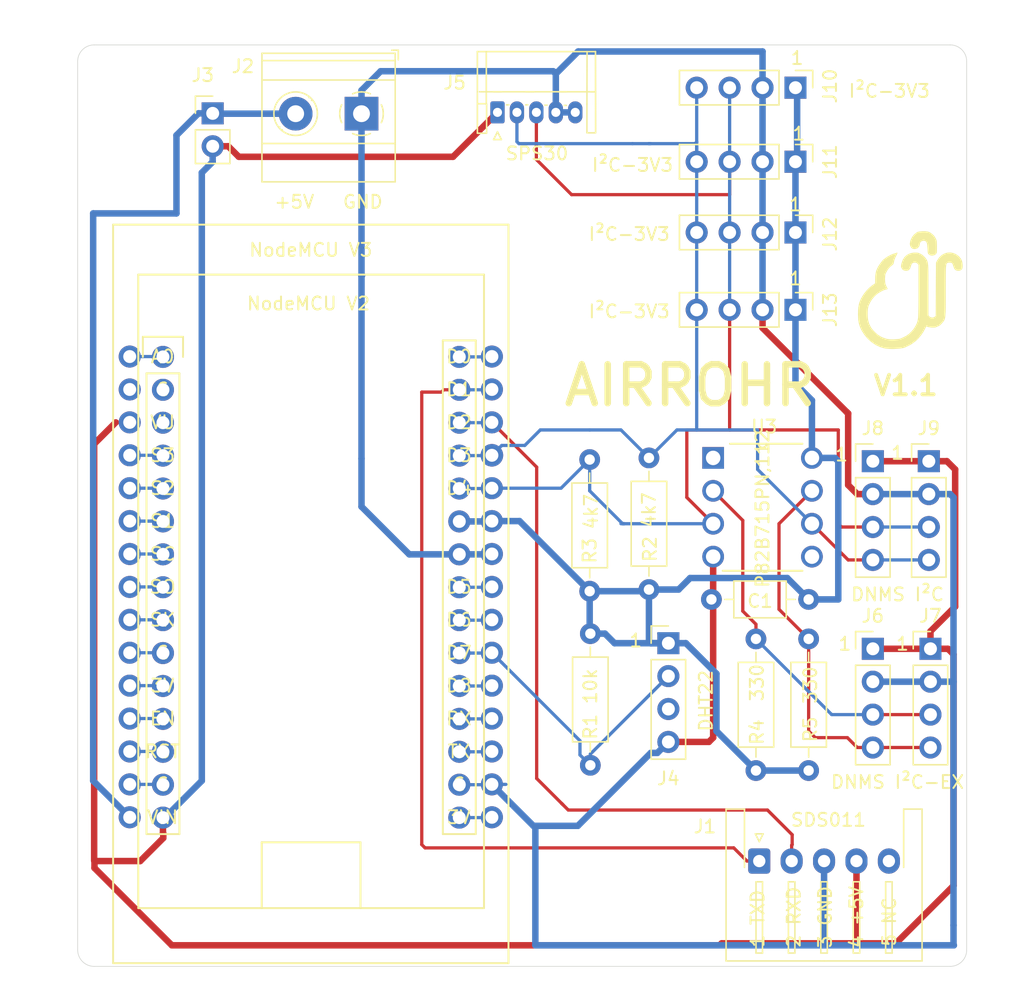
<source format=kicad_pcb>
(kicad_pcb (version 20171130) (host pcbnew "(5.1.2)-2")

  (general
    (thickness 1.6)
    (drawings 36)
    (tracks 287)
    (zones 0)
    (modules 26)
    (nets 34)
  )

  (page A4)
  (layers
    (0 F.Cu signal)
    (31 B.Cu signal)
    (32 B.Adhes user)
    (33 F.Adhes user)
    (34 B.Paste user)
    (35 F.Paste user)
    (36 B.SilkS user)
    (37 F.SilkS user)
    (38 B.Mask user)
    (39 F.Mask user)
    (40 Dwgs.User user)
    (41 Cmts.User user)
    (42 Eco1.User user)
    (43 Eco2.User user)
    (44 Edge.Cuts user)
    (45 Margin user)
    (46 B.CrtYd user)
    (47 F.CrtYd user)
    (48 B.Fab user)
    (49 F.Fab user)
  )

  (setup
    (last_trace_width 0.5)
    (user_trace_width 0.5)
    (trace_clearance 0.2)
    (zone_clearance 0.508)
    (zone_45_only no)
    (trace_min 0.2)
    (via_size 0.8)
    (via_drill 0.4)
    (via_min_size 0.4)
    (via_min_drill 0.3)
    (uvia_size 0.3)
    (uvia_drill 0.1)
    (uvias_allowed no)
    (uvia_min_size 0.2)
    (uvia_min_drill 0.1)
    (edge_width 0.05)
    (segment_width 0.2)
    (pcb_text_width 0.3)
    (pcb_text_size 1.5 1.5)
    (mod_edge_width 0.12)
    (mod_text_size 1 1)
    (mod_text_width 0.15)
    (pad_size 1.524 1.524)
    (pad_drill 0.762)
    (pad_to_mask_clearance 0.051)
    (solder_mask_min_width 0.25)
    (aux_axis_origin 0 0)
    (visible_elements 7FFFFFFF)
    (pcbplotparams
      (layerselection 0x010fc_ffffffff)
      (usegerberextensions false)
      (usegerberattributes false)
      (usegerberadvancedattributes false)
      (creategerberjobfile false)
      (excludeedgelayer true)
      (linewidth 0.100000)
      (plotframeref false)
      (viasonmask false)
      (mode 1)
      (useauxorigin false)
      (hpglpennumber 1)
      (hpglpenspeed 20)
      (hpglpendiameter 15.000000)
      (psnegative false)
      (psa4output false)
      (plotreference true)
      (plotvalue true)
      (plotinvisibletext false)
      (padsonsilk false)
      (subtractmaskfromsilk false)
      (outputformat 1)
      (mirror false)
      (drillshape 0)
      (scaleselection 1)
      (outputdirectory "Gerber/"))
  )

  (net 0 "")
  (net 1 "Net-(U2-Pad3)")
  (net 2 "Net-(U2-Pad2)")
  (net 3 "Net-(U1-Pad30)")
  (net 4 "Net-(U1-Pad23)")
  (net 5 "Net-(U1-Pad22)")
  (net 6 "Net-(U1-Pad20)")
  (net 7 "Net-(U1-Pad19)")
  (net 8 "Net-(U1-Pad18)")
  (net 9 "Net-(U1-Pad13)")
  (net 10 "Net-(U1-Pad12)")
  (net 11 "Net-(U1-Pad9)")
  (net 12 "Net-(U1-Pad8)")
  (net 13 "Net-(U1-Pad7)")
  (net 14 "Net-(U1-Pad6)")
  (net 15 "Net-(U1-Pad5)")
  (net 16 "Net-(U1-Pad4)")
  (net 17 "Net-(U1-Pad2)")
  (net 18 "Net-(U1-Pad1)")
  (net 19 GND)
  (net 20 +3V3)
  (net 21 "Net-(J2-Pad2)")
  (net 22 TXD)
  (net 23 RXD)
  (net 24 +5V)
  (net 25 "Net-(J4-Pad3)")
  (net 26 "Net-(J4-Pad2)")
  (net 27 SDA)
  (net 28 SCL)
  (net 29 SDA-EX)
  (net 30 SCL-EX)
  (net 31 "Net-(U3-Pad5)")
  (net 32 "Net-(U3-Pad1)")
  (net 33 "Net-(J1-Pad5)")

  (net_class Default "Dies ist die voreingestellte Netzklasse."
    (clearance 0.2)
    (trace_width 0.25)
    (via_dia 0.8)
    (via_drill 0.4)
    (uvia_dia 0.3)
    (uvia_drill 0.1)
    (add_net +3V3)
    (add_net +5V)
    (add_net GND)
    (add_net "Net-(J1-Pad5)")
    (add_net "Net-(J2-Pad2)")
    (add_net "Net-(J4-Pad2)")
    (add_net "Net-(J4-Pad3)")
    (add_net "Net-(U1-Pad1)")
    (add_net "Net-(U1-Pad12)")
    (add_net "Net-(U1-Pad13)")
    (add_net "Net-(U1-Pad18)")
    (add_net "Net-(U1-Pad19)")
    (add_net "Net-(U1-Pad2)")
    (add_net "Net-(U1-Pad20)")
    (add_net "Net-(U1-Pad22)")
    (add_net "Net-(U1-Pad23)")
    (add_net "Net-(U1-Pad30)")
    (add_net "Net-(U1-Pad4)")
    (add_net "Net-(U1-Pad5)")
    (add_net "Net-(U1-Pad6)")
    (add_net "Net-(U1-Pad7)")
    (add_net "Net-(U1-Pad8)")
    (add_net "Net-(U1-Pad9)")
    (add_net "Net-(U2-Pad2)")
    (add_net "Net-(U2-Pad3)")
    (add_net "Net-(U3-Pad1)")
    (add_net "Net-(U3-Pad5)")
    (add_net RXD)
    (add_net SCL)
    (add_net SCL-EX)
    (add_net SDA)
    (add_net SDA-EX)
    (add_net TXD)
  )

  (module Connector_JST:JST_XH_S5B-XH-A-1_1x05_P2.50mm_Horizontal (layer F.Cu) (tedit 5C281476) (tstamp 5D069096)
    (at 192.278 80.772)
    (descr "JST XH series connector, S5B-XH-A-1 (http://www.jst-mfg.com/product/pdf/eng/eXH.pdf), generated with kicad-footprint-generator")
    (tags "connector JST XH horizontal")
    (path /5D2E6852)
    (fp_text reference J1 (at -4.191 -2.667) (layer F.SilkS)
      (effects (font (size 1 1) (thickness 0.15)))
    )
    (fp_text value Conn_01x05 (at 5 8.8) (layer F.Fab)
      (effects (font (size 1 1) (thickness 0.15)))
    )
    (fp_text user %R (at 5 1.85) (layer F.Fab)
      (effects (font (size 1 1) (thickness 0.15)))
    )
    (fp_line (start 0 -0.4) (end 0.625 0.6) (layer F.Fab) (width 0.1))
    (fp_line (start -0.625 0.6) (end 0 -0.4) (layer F.Fab) (width 0.1))
    (fp_line (start 0.3 -2.1) (end 0 -1.5) (layer F.SilkS) (width 0.12))
    (fp_line (start -0.3 -2.1) (end 0.3 -2.1) (layer F.SilkS) (width 0.12))
    (fp_line (start 0 -1.5) (end -0.3 -2.1) (layer F.SilkS) (width 0.12))
    (fp_line (start 10.25 1.6) (end 9.75 1.6) (layer F.SilkS) (width 0.12))
    (fp_line (start 10.25 7.1) (end 10.25 1.6) (layer F.SilkS) (width 0.12))
    (fp_line (start 9.75 7.1) (end 10.25 7.1) (layer F.SilkS) (width 0.12))
    (fp_line (start 9.75 1.6) (end 9.75 7.1) (layer F.SilkS) (width 0.12))
    (fp_line (start 7.75 1.6) (end 7.25 1.6) (layer F.SilkS) (width 0.12))
    (fp_line (start 7.75 7.1) (end 7.75 1.6) (layer F.SilkS) (width 0.12))
    (fp_line (start 7.25 7.1) (end 7.75 7.1) (layer F.SilkS) (width 0.12))
    (fp_line (start 7.25 1.6) (end 7.25 7.1) (layer F.SilkS) (width 0.12))
    (fp_line (start 5.25 1.6) (end 4.75 1.6) (layer F.SilkS) (width 0.12))
    (fp_line (start 5.25 7.1) (end 5.25 1.6) (layer F.SilkS) (width 0.12))
    (fp_line (start 4.75 7.1) (end 5.25 7.1) (layer F.SilkS) (width 0.12))
    (fp_line (start 4.75 1.6) (end 4.75 7.1) (layer F.SilkS) (width 0.12))
    (fp_line (start 2.75 1.6) (end 2.25 1.6) (layer F.SilkS) (width 0.12))
    (fp_line (start 2.75 7.1) (end 2.75 1.6) (layer F.SilkS) (width 0.12))
    (fp_line (start 2.25 7.1) (end 2.75 7.1) (layer F.SilkS) (width 0.12))
    (fp_line (start 2.25 1.6) (end 2.25 7.1) (layer F.SilkS) (width 0.12))
    (fp_line (start 0.25 1.6) (end -0.25 1.6) (layer F.SilkS) (width 0.12))
    (fp_line (start 0.25 7.1) (end 0.25 1.6) (layer F.SilkS) (width 0.12))
    (fp_line (start -0.25 7.1) (end 0.25 7.1) (layer F.SilkS) (width 0.12))
    (fp_line (start -0.25 1.6) (end -0.25 7.1) (layer F.SilkS) (width 0.12))
    (fp_line (start 11.25 0.6) (end 5 0.6) (layer F.Fab) (width 0.1))
    (fp_line (start 11.25 -3.9) (end 11.25 0.6) (layer F.Fab) (width 0.1))
    (fp_line (start 12.45 -3.9) (end 11.25 -3.9) (layer F.Fab) (width 0.1))
    (fp_line (start 12.45 7.6) (end 12.45 -3.9) (layer F.Fab) (width 0.1))
    (fp_line (start 5 7.6) (end 12.45 7.6) (layer F.Fab) (width 0.1))
    (fp_line (start -1.25 0.6) (end 5 0.6) (layer F.Fab) (width 0.1))
    (fp_line (start -1.25 -3.9) (end -1.25 0.6) (layer F.Fab) (width 0.1))
    (fp_line (start -2.45 -3.9) (end -1.25 -3.9) (layer F.Fab) (width 0.1))
    (fp_line (start -2.45 7.6) (end -2.45 -3.9) (layer F.Fab) (width 0.1))
    (fp_line (start 5 7.6) (end -2.45 7.6) (layer F.Fab) (width 0.1))
    (fp_line (start 11.14 -4.01) (end 11.14 0.49) (layer F.SilkS) (width 0.12))
    (fp_line (start 12.56 -4.01) (end 11.14 -4.01) (layer F.SilkS) (width 0.12))
    (fp_line (start 12.56 7.71) (end 12.56 -4.01) (layer F.SilkS) (width 0.12))
    (fp_line (start 5 7.71) (end 12.56 7.71) (layer F.SilkS) (width 0.12))
    (fp_line (start -1.14 -4.01) (end -1.14 0.49) (layer F.SilkS) (width 0.12))
    (fp_line (start -2.56 -4.01) (end -1.14 -4.01) (layer F.SilkS) (width 0.12))
    (fp_line (start -2.56 7.71) (end -2.56 -4.01) (layer F.SilkS) (width 0.12))
    (fp_line (start 5 7.71) (end -2.56 7.71) (layer F.SilkS) (width 0.12))
    (fp_line (start 12.95 -4.4) (end -2.95 -4.4) (layer F.CrtYd) (width 0.05))
    (fp_line (start 12.95 8.1) (end 12.95 -4.4) (layer F.CrtYd) (width 0.05))
    (fp_line (start -2.95 8.1) (end 12.95 8.1) (layer F.CrtYd) (width 0.05))
    (fp_line (start -2.95 -4.4) (end -2.95 8.1) (layer F.CrtYd) (width 0.05))
    (pad 5 thru_hole oval (at 10 0) (size 1.7 1.95) (drill 0.95) (layers *.Cu *.Mask)
      (net 33 "Net-(J1-Pad5)"))
    (pad 4 thru_hole oval (at 7.5 0) (size 1.7 1.95) (drill 0.95) (layers *.Cu *.Mask)
      (net 24 +5V))
    (pad 3 thru_hole oval (at 5 0) (size 1.7 1.95) (drill 0.95) (layers *.Cu *.Mask)
      (net 19 GND))
    (pad 2 thru_hole oval (at 2.5 0) (size 1.7 1.95) (drill 0.95) (layers *.Cu *.Mask)
      (net 23 RXD))
    (pad 1 thru_hole roundrect (at 0 0) (size 1.7 1.95) (drill 0.95) (layers *.Cu *.Mask) (roundrect_rratio 0.147059)
      (net 22 TXD))
    (model ${KISYS3DMOD}/Connector_JST.3dshapes/JST_XH_S5B-XH-A-1_1x05_P2.50mm_Horizontal.wrl
      (at (xyz 0 0 0))
      (scale (xyz 1 1 1))
      (rotate (xyz 0 0 0))
    )
  )

  (module Connector_PinHeader_2.54mm:PinHeader_1x04_P2.54mm_Vertical (layer F.Cu) (tedit 59FED5CC) (tstamp 5D2CEE08)
    (at 195.072 38.227 270)
    (descr "Through hole straight pin header, 1x04, 2.54mm pitch, single row")
    (tags "Through hole pin header THT 1x04 2.54mm single row")
    (path /5D3A4E35)
    (fp_text reference J13 (at 0 -2.667 90) (layer F.SilkS)
      (effects (font (size 1 1) (thickness 0.15)))
    )
    (fp_text value Conn_01x04_Male (at 0 9.95 90) (layer F.Fab)
      (effects (font (size 1 1) (thickness 0.15)))
    )
    (fp_text user %R (at 0 3.81) (layer F.Fab)
      (effects (font (size 1 1) (thickness 0.15)))
    )
    (fp_line (start 1.8 -1.8) (end -1.8 -1.8) (layer F.CrtYd) (width 0.05))
    (fp_line (start 1.8 9.4) (end 1.8 -1.8) (layer F.CrtYd) (width 0.05))
    (fp_line (start -1.8 9.4) (end 1.8 9.4) (layer F.CrtYd) (width 0.05))
    (fp_line (start -1.8 -1.8) (end -1.8 9.4) (layer F.CrtYd) (width 0.05))
    (fp_line (start -1.33 -1.33) (end 0 -1.33) (layer F.SilkS) (width 0.12))
    (fp_line (start -1.33 0) (end -1.33 -1.33) (layer F.SilkS) (width 0.12))
    (fp_line (start -1.33 1.27) (end 1.33 1.27) (layer F.SilkS) (width 0.12))
    (fp_line (start 1.33 1.27) (end 1.33 8.95) (layer F.SilkS) (width 0.12))
    (fp_line (start -1.33 1.27) (end -1.33 8.95) (layer F.SilkS) (width 0.12))
    (fp_line (start -1.33 8.95) (end 1.33 8.95) (layer F.SilkS) (width 0.12))
    (fp_line (start -1.27 -0.635) (end -0.635 -1.27) (layer F.Fab) (width 0.1))
    (fp_line (start -1.27 8.89) (end -1.27 -0.635) (layer F.Fab) (width 0.1))
    (fp_line (start 1.27 8.89) (end -1.27 8.89) (layer F.Fab) (width 0.1))
    (fp_line (start 1.27 -1.27) (end 1.27 8.89) (layer F.Fab) (width 0.1))
    (fp_line (start -0.635 -1.27) (end 1.27 -1.27) (layer F.Fab) (width 0.1))
    (pad 4 thru_hole oval (at 0 7.62 270) (size 1.7 1.7) (drill 1) (layers *.Cu *.Mask)
      (net 27 SDA))
    (pad 3 thru_hole oval (at 0 5.08 270) (size 1.7 1.7) (drill 1) (layers *.Cu *.Mask)
      (net 28 SCL))
    (pad 2 thru_hole oval (at 0 2.54 270) (size 1.7 1.7) (drill 1) (layers *.Cu *.Mask)
      (net 19 GND))
    (pad 1 thru_hole rect (at 0 0 270) (size 1.7 1.7) (drill 1) (layers *.Cu *.Mask)
      (net 20 +3V3))
    (model ${KISYS3DMOD}/Connector_PinHeader_2.54mm.3dshapes/PinHeader_1x04_P2.54mm_Vertical.wrl
      (at (xyz 0 0 0))
      (scale (xyz 1 1 1))
      (rotate (xyz 0 0 0))
    )
  )

  (module Connector_PinHeader_2.54mm:PinHeader_1x04_P2.54mm_Vertical (layer F.Cu) (tedit 59FED5CC) (tstamp 5D0E0667)
    (at 195.072 26.797 270)
    (descr "Through hole straight pin header, 1x04, 2.54mm pitch, single row")
    (tags "Through hole pin header THT 1x04 2.54mm single row")
    (path /5D3994C8)
    (fp_text reference J11 (at 0 -2.667 90) (layer F.SilkS)
      (effects (font (size 1 1) (thickness 0.15)))
    )
    (fp_text value Conn_01x04_Male (at 0 9.95 90) (layer F.Fab)
      (effects (font (size 1 1) (thickness 0.15)))
    )
    (fp_text user %R (at 0 3.81) (layer F.Fab)
      (effects (font (size 1 1) (thickness 0.15)))
    )
    (fp_line (start 1.8 -1.8) (end -1.8 -1.8) (layer F.CrtYd) (width 0.05))
    (fp_line (start 1.8 9.4) (end 1.8 -1.8) (layer F.CrtYd) (width 0.05))
    (fp_line (start -1.8 9.4) (end 1.8 9.4) (layer F.CrtYd) (width 0.05))
    (fp_line (start -1.8 -1.8) (end -1.8 9.4) (layer F.CrtYd) (width 0.05))
    (fp_line (start -1.33 -1.33) (end 0 -1.33) (layer F.SilkS) (width 0.12))
    (fp_line (start -1.33 0) (end -1.33 -1.33) (layer F.SilkS) (width 0.12))
    (fp_line (start -1.33 1.27) (end 1.33 1.27) (layer F.SilkS) (width 0.12))
    (fp_line (start 1.33 1.27) (end 1.33 8.95) (layer F.SilkS) (width 0.12))
    (fp_line (start -1.33 1.27) (end -1.33 8.95) (layer F.SilkS) (width 0.12))
    (fp_line (start -1.33 8.95) (end 1.33 8.95) (layer F.SilkS) (width 0.12))
    (fp_line (start -1.27 -0.635) (end -0.635 -1.27) (layer F.Fab) (width 0.1))
    (fp_line (start -1.27 8.89) (end -1.27 -0.635) (layer F.Fab) (width 0.1))
    (fp_line (start 1.27 8.89) (end -1.27 8.89) (layer F.Fab) (width 0.1))
    (fp_line (start 1.27 -1.27) (end 1.27 8.89) (layer F.Fab) (width 0.1))
    (fp_line (start -0.635 -1.27) (end 1.27 -1.27) (layer F.Fab) (width 0.1))
    (pad 4 thru_hole oval (at 0 7.62 270) (size 1.7 1.7) (drill 1) (layers *.Cu *.Mask)
      (net 27 SDA))
    (pad 3 thru_hole oval (at 0 5.08 270) (size 1.7 1.7) (drill 1) (layers *.Cu *.Mask)
      (net 28 SCL))
    (pad 2 thru_hole oval (at 0 2.54 270) (size 1.7 1.7) (drill 1) (layers *.Cu *.Mask)
      (net 19 GND))
    (pad 1 thru_hole rect (at 0 0 270) (size 1.7 1.7) (drill 1) (layers *.Cu *.Mask)
      (net 20 +3V3))
    (model ${KISYS3DMOD}/Connector_PinHeader_2.54mm.3dshapes/PinHeader_1x04_P2.54mm_Vertical.wrl
      (at (xyz 0 0 0))
      (scale (xyz 1 1 1))
      (rotate (xyz 0 0 0))
    )
  )

  (module Connector_PinHeader_2.54mm:PinHeader_1x04_P2.54mm_Vertical (layer F.Cu) (tedit 59FED5CC) (tstamp 5D0C0A5B)
    (at 195.072 21.082 270)
    (descr "Through hole straight pin header, 1x04, 2.54mm pitch, single row")
    (tags "Through hole pin header THT 1x04 2.54mm single row")
    (path /5D145396)
    (fp_text reference J10 (at -0.127 -2.667 90) (layer F.SilkS)
      (effects (font (size 1 1) (thickness 0.15)))
    )
    (fp_text value Conn_01x04_Male (at 0 9.95 90) (layer F.Fab)
      (effects (font (size 1 1) (thickness 0.15)))
    )
    (fp_text user %R (at 1.651 4.318) (layer F.Fab)
      (effects (font (size 1 1) (thickness 0.15)))
    )
    (fp_line (start 1.8 -1.8) (end -1.8 -1.8) (layer F.CrtYd) (width 0.05))
    (fp_line (start 1.8 9.4) (end 1.8 -1.8) (layer F.CrtYd) (width 0.05))
    (fp_line (start -1.8 9.4) (end 1.8 9.4) (layer F.CrtYd) (width 0.05))
    (fp_line (start -1.8 -1.8) (end -1.8 9.4) (layer F.CrtYd) (width 0.05))
    (fp_line (start -1.33 -1.33) (end 0 -1.33) (layer F.SilkS) (width 0.12))
    (fp_line (start -1.33 0) (end -1.33 -1.33) (layer F.SilkS) (width 0.12))
    (fp_line (start -1.33 1.27) (end 1.33 1.27) (layer F.SilkS) (width 0.12))
    (fp_line (start 1.33 1.27) (end 1.33 8.95) (layer F.SilkS) (width 0.12))
    (fp_line (start -1.33 1.27) (end -1.33 8.95) (layer F.SilkS) (width 0.12))
    (fp_line (start -1.33 8.95) (end 1.33 8.95) (layer F.SilkS) (width 0.12))
    (fp_line (start -1.27 -0.635) (end -0.635 -1.27) (layer F.Fab) (width 0.1))
    (fp_line (start -1.27 8.89) (end -1.27 -0.635) (layer F.Fab) (width 0.1))
    (fp_line (start 1.27 8.89) (end -1.27 8.89) (layer F.Fab) (width 0.1))
    (fp_line (start 1.27 -1.27) (end 1.27 8.89) (layer F.Fab) (width 0.1))
    (fp_line (start -0.635 -1.27) (end 1.27 -1.27) (layer F.Fab) (width 0.1))
    (pad 4 thru_hole oval (at 0 7.62 270) (size 1.7 1.7) (drill 1) (layers *.Cu *.Mask)
      (net 27 SDA))
    (pad 3 thru_hole oval (at 0 5.08 270) (size 1.7 1.7) (drill 1) (layers *.Cu *.Mask)
      (net 28 SCL))
    (pad 2 thru_hole oval (at 0 2.54 270) (size 1.7 1.7) (drill 1) (layers *.Cu *.Mask)
      (net 19 GND))
    (pad 1 thru_hole rect (at 0 0 270) (size 1.7 1.7) (drill 1) (layers *.Cu *.Mask)
      (net 20 +3V3))
    (model ${KISYS3DMOD}/Connector_PinHeader_2.54mm.3dshapes/PinHeader_1x04_P2.54mm_Vertical.wrl
      (at (xyz 0 0 0))
      (scale (xyz 1 1 1))
      (rotate (xyz 0 0 0))
    )
  )

  (module nodemcu:NodeMCU_Amica_R2 (layer F.Cu) (tedit 5D16389E) (tstamp 5D076700)
    (at 146.2786 41.8592)
    (descr "Through-hole-mounted NodeMCU 0.9")
    (tags nodemcu)
    (path /5D065B66)
    (fp_text reference U2 (at 11.43 12.68) (layer F.SilkS) hide
      (effects (font (size 1 1) (thickness 0.15)))
    )
    (fp_text value "NodeMCU V2" (at 11.2268 -4.1148) (layer F.SilkS)
      (effects (font (size 1 1) (thickness 0.15)))
    )
    (fp_line (start 24.13 36.83) (end 24.13 -1.27) (layer F.SilkS) (width 0.15))
    (fp_line (start 24.13 -1.27) (end 21.59 -1.27) (layer F.SilkS) (width 0.15))
    (fp_line (start 21.59 -1.27) (end 21.59 36.83) (layer F.SilkS) (width 0.15))
    (fp_line (start 21.59 36.83) (end 24.13 36.83) (layer F.SilkS) (width 0.15))
    (fp_line (start -1.55 -1.55) (end 1.55 -1.55) (layer F.SilkS) (width 0.15))
    (fp_line (start -1.55 0) (end -1.55 -1.55) (layer F.SilkS) (width 0.15))
    (fp_line (start 1.27 1.27) (end -1.27 1.27) (layer F.SilkS) (width 0.15))
    (fp_line (start 1.55 -1.55) (end 1.55 0) (layer F.SilkS) (width 0.15))
    (fp_line (start 1.27 36.83) (end 1.27 1.27) (layer F.SilkS) (width 0.15))
    (fp_line (start -1.27 36.83) (end 1.27 36.83) (layer F.SilkS) (width 0.15))
    (fp_line (start -1.27 1.27) (end -1.27 36.83) (layer F.SilkS) (width 0.15))
    (fp_line (start -1.905 -6.35) (end 24.765 -6.35) (layer F.SilkS) (width 0.15))
    (fp_line (start 24.765 -6.35) (end 24.765 42.545) (layer F.SilkS) (width 0.15))
    (fp_line (start 24.765 42.545) (end -1.905 42.545) (layer F.SilkS) (width 0.15))
    (fp_line (start -1.905 42.545) (end -1.905 -6.35) (layer F.SilkS) (width 0.15))
    (fp_line (start 7.62 42.545) (end 7.62 37.465) (layer F.SilkS) (width 0.15))
    (fp_line (start 7.62 37.465) (end 15.24 37.465) (layer F.SilkS) (width 0.15))
    (fp_line (start 15.24 37.465) (end 15.24 42.545) (layer F.SilkS) (width 0.15))
    (pad 29 thru_hole circle (at 22.86 2.54) (size 1.7 1.7) (drill 1) (layers *.Cu *.Mask)
      (net 22 TXD))
    (pad 27 thru_hole circle (at 22.86 7.62) (size 1.7 1.7) (drill 1) (layers *.Cu *.Mask)
      (net 27 SDA))
    (pad 28 thru_hole circle (at 22.86 5.08) (size 1.7 1.7) (drill 1) (layers *.Cu *.Mask)
      (net 23 RXD))
    (pad 20 thru_hole circle (at 22.86 25.4) (size 1.7 1.7) (drill 1) (layers *.Cu *.Mask)
      (net 6 "Net-(U1-Pad20)"))
    (pad 21 thru_hole circle (at 22.86 22.86) (size 1.7 1.7) (drill 1) (layers *.Cu *.Mask)
      (net 26 "Net-(J4-Pad2)"))
    (pad 23 thru_hole circle (at 22.86 17.78) (size 1.7 1.7) (drill 1) (layers *.Cu *.Mask)
      (net 4 "Net-(U1-Pad23)"))
    (pad 22 thru_hole circle (at 22.86 20.32) (size 1.7 1.7) (drill 1) (layers *.Cu *.Mask)
      (net 5 "Net-(U1-Pad22)"))
    (pad 16 thru_hole circle (at 22.86 35.56) (size 1.7 1.7) (drill 1) (layers *.Cu *.Mask)
      (net 20 +3V3))
    (pad 24 thru_hole circle (at 22.86 15.24) (size 1.7 1.7) (drill 1) (layers *.Cu *.Mask)
      (net 19 GND))
    (pad 26 thru_hole circle (at 22.86 10.16) (size 1.7 1.7) (drill 1) (layers *.Cu *.Mask)
      (net 28 SCL))
    (pad 25 thru_hole circle (at 22.86 12.7) (size 1.7 1.7) (drill 1) (layers *.Cu *.Mask)
      (net 20 +3V3))
    (pad 19 thru_hole circle (at 22.86 27.94) (size 1.7 1.7) (drill 1) (layers *.Cu *.Mask)
      (net 7 "Net-(U1-Pad19)"))
    (pad 17 thru_hole circle (at 22.86 33.02) (size 1.7 1.7) (drill 1) (layers *.Cu *.Mask)
      (net 19 GND))
    (pad 18 thru_hole circle (at 22.86 30.48) (size 1.7 1.7) (drill 1) (layers *.Cu *.Mask)
      (net 8 "Net-(U1-Pad18)"))
    (pad 30 thru_hole circle (at 22.86 0) (size 1.7 1.7) (drill 1) (layers *.Cu *.Mask)
      (net 3 "Net-(U1-Pad30)"))
    (pad 15 thru_hole circle (at 0 35.56) (size 1.7 1.7) (drill 1) (layers *.Cu *.Mask)
      (net 24 +5V))
    (pad 14 thru_hole circle (at 0 33.02) (size 1.7 1.7) (drill 1) (layers *.Cu *.Mask)
      (net 19 GND))
    (pad 13 thru_hole circle (at 0 30.48) (size 1.7 1.7) (drill 1) (layers *.Cu *.Mask)
      (net 9 "Net-(U1-Pad13)"))
    (pad 12 thru_hole circle (at 0 27.94) (size 1.7 1.7) (drill 1) (layers *.Cu *.Mask)
      (net 10 "Net-(U1-Pad12)"))
    (pad 11 thru_hole circle (at 0 25.4) (size 1.7 1.7) (drill 1) (layers *.Cu *.Mask)
      (net 20 +3V3))
    (pad 10 thru_hole circle (at 0 22.86) (size 1.7 1.7) (drill 1) (layers *.Cu *.Mask)
      (net 19 GND))
    (pad 9 thru_hole circle (at 0 20.32) (size 1.7 1.7) (drill 1) (layers *.Cu *.Mask)
      (net 11 "Net-(U1-Pad9)"))
    (pad 8 thru_hole circle (at 0 17.78) (size 1.7 1.7) (drill 1) (layers *.Cu *.Mask)
      (net 12 "Net-(U1-Pad8)"))
    (pad 7 thru_hole circle (at 0 15.24) (size 1.7 1.7) (drill 1) (layers *.Cu *.Mask)
      (net 13 "Net-(U1-Pad7)"))
    (pad 6 thru_hole circle (at 0 12.7) (size 1.7 1.7) (drill 1) (layers *.Cu *.Mask)
      (net 14 "Net-(U1-Pad6)"))
    (pad 5 thru_hole circle (at 0 10.16) (size 1.7 1.7) (drill 1) (layers *.Cu *.Mask)
      (net 15 "Net-(U1-Pad5)"))
    (pad 4 thru_hole circle (at 0 7.62) (size 1.7 1.7) (drill 1) (layers *.Cu *.Mask)
      (net 16 "Net-(U1-Pad4)"))
    (pad 3 thru_hole circle (at 0 5.08) (size 1.7 1.7) (drill 1) (layers *.Cu *.Mask)
      (net 1 "Net-(U2-Pad3)"))
    (pad 2 thru_hole circle (at 0 2.54) (size 1.7 1.7) (drill 1) (layers *.Cu *.Mask)
      (net 2 "Net-(U2-Pad2)"))
    (pad 1 thru_hole circle (at 0 0) (size 1.7 1.7) (drill 1) (layers *.Cu *.Mask)
      (net 18 "Net-(U1-Pad1)"))
  )

  (module ESP8266:NodeMCU-LoLinV3 (layer F.Cu) (tedit 5D16365B) (tstamp 5D0766C8)
    (at 157.6832 62.1538)
    (path /5D069394)
    (fp_text reference U1 (at 0 0) (layer F.SilkS) hide
      (effects (font (size 1 1) (thickness 0.15)))
    )
    (fp_text value "NodeMCU V3" (at 0 -28.5496) (layer F.SilkS)
      (effects (font (size 1 1) (thickness 0.15)))
    )
    (fp_line (start 15.25 26.5) (end 15.25 -30.5) (layer F.SilkS) (width 0.15))
    (fp_line (start -15.25 26.5) (end 15.25 26.5) (layer F.SilkS) (width 0.15))
    (fp_line (start -15.25 -30.5) (end -15.25 26.5) (layer F.SilkS) (width 0.15))
    (fp_line (start -14.75 -30.5) (end -15.25 -30.5) (layer F.SilkS) (width 0.15))
    (fp_line (start 15.25 -30.5) (end -14.75 -30.5) (layer F.SilkS) (width 0.15))
    (fp_text user D0 (at 11.43 -20.32) (layer F.SilkS)
      (effects (font (size 1 1) (thickness 0.15)))
    )
    (fp_text user D1 (at 11.43 -17.78) (layer F.SilkS)
      (effects (font (size 1 1) (thickness 0.15)))
    )
    (fp_text user D2 (at 11.43 -15.24) (layer F.SilkS)
      (effects (font (size 1 1) (thickness 0.15)))
    )
    (fp_text user D3 (at 11.43 -12.7) (layer F.SilkS)
      (effects (font (size 1 1) (thickness 0.15)))
    )
    (fp_text user D4 (at 11.43 -10.16) (layer F.SilkS)
      (effects (font (size 1 1) (thickness 0.15)))
    )
    (fp_text user 3V (at -11.43 5.08) (layer F.SilkS)
      (effects (font (size 1 1) (thickness 0.15)))
    )
    (fp_text user G (at -11.43 12.7) (layer F.SilkS)
      (effects (font (size 1 1) (thickness 0.15)))
    )
    (fp_text user D5 (at 11.43 -2.54) (layer F.SilkS)
      (effects (font (size 1 1) (thickness 0.15)))
    )
    (fp_text user D6 (at 11.43 0) (layer F.SilkS)
      (effects (font (size 1 1) (thickness 0.15)))
    )
    (fp_text user D7 (at 11.43 2.54) (layer F.SilkS)
      (effects (font (size 1 1) (thickness 0.15)))
    )
    (fp_text user D8 (at 11.43 5.08) (layer F.SilkS)
      (effects (font (size 1 1) (thickness 0.15)))
    )
    (fp_text user RX (at 11.43 7.62) (layer F.SilkS)
      (effects (font (size 1 1) (thickness 0.15)))
    )
    (fp_text user TX (at 11.43 10.16) (layer F.SilkS)
      (effects (font (size 1 1) (thickness 0.15)))
    )
    (fp_text user G (at 11.43 12.7) (layer F.SilkS)
      (effects (font (size 1 1) (thickness 0.15)))
    )
    (fp_text user 3V (at 11.43 15.24) (layer F.SilkS)
      (effects (font (size 1 1) (thickness 0.15)))
    )
    (fp_text user A0 (at -11.43 -20.32) (layer F.SilkS)
      (effects (font (size 1 1) (thickness 0.15)))
    )
    (fp_text user G (at -11.43 -17.78) (layer F.SilkS)
      (effects (font (size 1 1) (thickness 0.15)))
    )
    (fp_text user VU (at -11.43 -15.24) (layer F.SilkS)
      (effects (font (size 1 1) (thickness 0.15)))
    )
    (fp_text user S3 (at -11.43 -12.7) (layer F.SilkS)
      (effects (font (size 1 1) (thickness 0.15)))
    )
    (fp_text user S2 (at -11.43 -10.16) (layer F.SilkS)
      (effects (font (size 1 1) (thickness 0.15)))
    )
    (fp_text user S1 (at -11.43 -7.62) (layer F.SilkS)
      (effects (font (size 1 1) (thickness 0.15)))
    )
    (fp_text user SC (at -11.43 -5.08) (layer F.SilkS)
      (effects (font (size 1 1) (thickness 0.15)))
    )
    (fp_text user SO (at -11.43 -2.54) (layer F.SilkS)
      (effects (font (size 1 1) (thickness 0.15)))
    )
    (fp_text user SK (at -11.43 0) (layer F.SilkS)
      (effects (font (size 1 1) (thickness 0.15)))
    )
    (fp_text user G (at -11.43 2.54) (layer F.SilkS)
      (effects (font (size 1 1) (thickness 0.15)))
    )
    (fp_text user 3V (at -11.43 5.08) (layer F.SilkS)
      (effects (font (size 1 1) (thickness 0.15)))
    )
    (fp_text user EN (at -11.43 7.62) (layer F.SilkS)
      (effects (font (size 1 1) (thickness 0.15)))
    )
    (fp_text user RST (at -11.43 10.16) (layer F.SilkS)
      (effects (font (size 1 1) (thickness 0.15)))
    )
    (fp_text user G (at -11.43 12.7) (layer F.SilkS)
      (effects (font (size 1 1) (thickness 0.15)))
    )
    (fp_text user VIN (at -11.43 15.24) (layer F.SilkS)
      (effects (font (size 1 1) (thickness 0.15)))
    )
    (pad 30 thru_hole circle (at 13.97 -20.32) (size 1.7 1.7) (drill 1) (layers *.Cu *.Mask)
      (net 3 "Net-(U1-Pad30)"))
    (pad 29 thru_hole circle (at 13.97 -17.78) (size 1.7 1.7) (drill 1) (layers *.Cu *.Mask)
      (net 22 TXD))
    (pad 28 thru_hole circle (at 13.97 -15.24) (size 1.7 1.7) (drill 1) (layers *.Cu *.Mask)
      (net 23 RXD))
    (pad 27 thru_hole circle (at 13.97 -12.7) (size 1.74 1.74) (drill 1) (layers *.Cu *.Mask)
      (net 27 SDA))
    (pad 26 thru_hole circle (at 13.97 -10.16) (size 1.7 1.7) (drill 1) (layers *.Cu *.Mask)
      (net 28 SCL))
    (pad 25 thru_hole circle (at 13.97 -7.62) (size 1.7 1.7) (drill 1) (layers *.Cu *.Mask)
      (net 20 +3V3))
    (pad 24 thru_hole circle (at 13.97 -5.08) (size 1.7 1.7) (drill 1) (layers *.Cu *.Mask)
      (net 19 GND))
    (pad 23 thru_hole circle (at 13.97 -2.54) (size 1.7 1.7) (drill 1) (layers *.Cu *.Mask)
      (net 4 "Net-(U1-Pad23)"))
    (pad 22 thru_hole circle (at 13.97 0) (size 1.7 1.7) (drill 1) (layers *.Cu *.Mask)
      (net 5 "Net-(U1-Pad22)"))
    (pad 21 thru_hole circle (at 13.97 2.54) (size 1.7 1.7) (drill 1) (layers *.Cu *.Mask)
      (net 26 "Net-(J4-Pad2)"))
    (pad 20 thru_hole circle (at 13.97 5.08) (size 1.7 1.7) (drill 1) (layers *.Cu *.Mask)
      (net 6 "Net-(U1-Pad20)"))
    (pad 19 thru_hole circle (at 13.97 7.62) (size 1.7 1.7) (drill 1) (layers *.Cu *.Mask)
      (net 7 "Net-(U1-Pad19)"))
    (pad 18 thru_hole circle (at 13.97 10.16) (size 1.7 1.7) (drill 1) (layers *.Cu *.Mask)
      (net 8 "Net-(U1-Pad18)"))
    (pad 17 thru_hole circle (at 13.97 12.7) (size 1.7 1.7) (drill 1) (layers *.Cu *.Mask)
      (net 19 GND))
    (pad 16 thru_hole circle (at 13.97 15.24) (size 1.7 1.7) (drill 1) (layers *.Cu *.Mask)
      (net 20 +3V3))
    (pad 15 thru_hole circle (at -13.97 15.24) (size 1.7 1.7) (drill 1) (layers *.Cu *.Mask)
      (net 21 "Net-(J2-Pad2)"))
    (pad 14 thru_hole circle (at -13.97 12.7) (size 1.7 1.7) (drill 1) (layers *.Cu *.Mask)
      (net 19 GND))
    (pad 13 thru_hole circle (at -13.97 10.16) (size 1.7 1.7) (drill 1) (layers *.Cu *.Mask)
      (net 9 "Net-(U1-Pad13)"))
    (pad 12 thru_hole circle (at -13.97 7.62) (size 1.7 1.7) (drill 1) (layers *.Cu *.Mask)
      (net 10 "Net-(U1-Pad12)"))
    (pad 11 thru_hole circle (at -13.97 5.08) (size 1.7 1.7) (drill 1) (layers *.Cu *.Mask)
      (net 20 +3V3))
    (pad 10 thru_hole circle (at -13.97 2.54) (size 1.7 1.7) (drill 1) (layers *.Cu *.Mask)
      (net 19 GND))
    (pad 9 thru_hole circle (at -13.97 0) (size 1.7 1.7) (drill 1) (layers *.Cu *.Mask)
      (net 11 "Net-(U1-Pad9)"))
    (pad 8 thru_hole circle (at -13.97 -2.54) (size 1.7 1.7) (drill 1) (layers *.Cu *.Mask)
      (net 12 "Net-(U1-Pad8)"))
    (pad 7 thru_hole circle (at -13.97 -5.08) (size 1.7 1.7) (drill 1) (layers *.Cu *.Mask)
      (net 13 "Net-(U1-Pad7)"))
    (pad 6 thru_hole circle (at -13.97 -7.62) (size 1.7 1.7) (drill 1) (layers *.Cu *.Mask)
      (net 14 "Net-(U1-Pad6)"))
    (pad 5 thru_hole circle (at -13.97 -10.16) (size 1.7 1.7) (drill 1) (layers *.Cu *.Mask)
      (net 15 "Net-(U1-Pad5)"))
    (pad 4 thru_hole circle (at -13.97 -12.7) (size 1.7 1.7) (drill 1) (layers *.Cu *.Mask)
      (net 16 "Net-(U1-Pad4)"))
    (pad 3 thru_hole circle (at -13.97 -15.24) (size 1.7 1.7) (drill 1) (layers *.Cu *.Mask)
      (net 24 +5V))
    (pad 2 thru_hole circle (at -13.97 -17.78) (size 1.7 1.7) (drill 1) (layers *.Cu *.Mask)
      (net 17 "Net-(U1-Pad2)"))
    (pad 1 thru_hole circle (at -13.97 -20.32) (size 1.7 1.7) (drill 1) (layers *.Cu *.Mask)
      (net 18 "Net-(U1-Pad1)"))
  )

  (module "logos eigene:logo luftdaten.info" (layer F.Cu) (tedit 0) (tstamp 5D0E981B)
    (at 203.962 36.703 90)
    (fp_text reference G*** (at 0 0 90) (layer F.SilkS) hide
      (effects (font (size 1.524 1.524) (thickness 0.3)))
    )
    (fp_text value LOGO (at 0.75 0 90) (layer F.SilkS) hide
      (effects (font (size 1.524 1.524) (thickness 0.3)))
    )
    (fp_poly (pts (xy 3.755629 -0.03606) (xy 3.871683 0.002212) (xy 4.097614 0.110327) (xy 4.27774 0.249729)
      (xy 4.426716 0.4323) (xy 4.453253 0.473728) (xy 4.487682 0.540871) (xy 4.51058 0.619788)
      (xy 4.525016 0.726784) (xy 4.53406 0.878168) (xy 4.535286 0.909596) (xy 4.537266 1.113001)
      (xy 4.523232 1.270547) (xy 4.488965 1.398772) (xy 4.430247 1.514211) (xy 4.354285 1.61925)
      (xy 4.273477 1.716965) (xy 4.206338 1.784904) (xy 4.131735 1.840592) (xy 4.028534 1.901555)
      (xy 3.984625 1.925804) (xy 3.916944 1.960762) (xy 3.854035 1.985235) (xy 3.782166 2.001411)
      (xy 3.687606 2.011476) (xy 3.556626 2.017619) (xy 3.381375 2.021907) (xy 3.214459 2.023229)
      (xy 3.065978 2.020556) (xy 2.949677 2.014413) (xy 2.879303 2.005325) (xy 2.869822 2.002375)
      (xy 2.766293 1.926587) (xy 2.696847 1.812856) (xy 2.665267 1.679046) (xy 2.675339 1.54302)
      (xy 2.730848 1.422644) (xy 2.743613 1.406707) (xy 2.779182 1.368688) (xy 2.817056 1.342664)
      (xy 2.870169 1.325585) (xy 2.951458 1.314403) (xy 3.073859 1.306066) (xy 3.196051 1.300052)
      (xy 3.411253 1.285932) (xy 3.570859 1.263741) (xy 3.682656 1.229282) (xy 3.754431 1.178355)
      (xy 3.793968 1.106763) (xy 3.809054 1.010307) (xy 3.81 0.969019) (xy 3.783001 0.849033)
      (xy 3.711114 0.755944) (xy 3.608001 0.704322) (xy 3.556326 0.6985) (xy 3.456787 0.680598)
      (xy 3.37232 0.64295) (xy 3.261692 0.556816) (xy 3.20078 0.464004) (xy 3.177515 0.343179)
      (xy 3.176056 0.295999) (xy 3.179689 0.19416) (xy 3.200443 0.128176) (xy 3.250616 0.070586)
      (xy 3.293359 0.034061) (xy 3.424075 -0.040845) (xy 3.575947 -0.064097) (xy 3.755629 -0.03606)) (layer F.SilkS) (width 0.01))
    (fp_poly (pts (xy -1.565841 -4.056015) (xy -1.317239 -4.033177) (xy -1.102881 -3.99716) (xy -0.934086 -3.949639)
      (xy -0.867104 -3.920432) (xy -0.797179 -3.887719) (xy -0.752941 -3.873703) (xy -0.752584 -3.873696)
      (xy -0.715556 -3.858675) (xy -0.637565 -3.818604) (xy -0.532343 -3.760689) (xy -0.475401 -3.72821)
      (xy -0.253398 -3.580766) (xy -0.030355 -3.398154) (xy 0.175131 -3.197431) (xy 0.34446 -2.995651)
      (xy 0.383087 -2.940949) (xy 0.519954 -2.737653) (xy 0.823539 -2.739073) (xy 1.014446 -2.733309)
      (xy 1.20223 -2.715883) (xy 1.370061 -2.689217) (xy 1.501108 -2.655731) (xy 1.553857 -2.634019)
      (xy 1.610256 -2.606371) (xy 1.69982 -2.56433) (xy 1.757984 -2.537605) (xy 1.837339 -2.494252)
      (xy 1.940192 -2.42819) (xy 2.054325 -2.348565) (xy 2.167518 -2.264525) (xy 2.267553 -2.185219)
      (xy 2.342211 -2.119793) (xy 2.379273 -2.077397) (xy 2.38125 -2.070981) (xy 2.40089 -2.033861)
      (xy 2.448955 -1.974336) (xy 2.45675 -1.965803) (xy 2.521468 -1.880933) (xy 2.597253 -1.759371)
      (xy 2.674097 -1.62) (xy 2.741994 -1.481701) (xy 2.790935 -1.363357) (xy 2.808698 -1.30175)
      (xy 2.833377 -1.203367) (xy 2.86406 -1.120519) (xy 2.864688 -1.119236) (xy 2.886783 -1.054635)
      (xy 2.867193 -1.030406) (xy 2.802934 -1.046014) (xy 2.708902 -1.091298) (xy 2.53708 -1.178586)
      (xy 2.398713 -1.237767) (xy 2.274544 -1.27614) (xy 2.162556 -1.29836) (xy 2.041375 -1.327808)
      (xy 1.966039 -1.374101) (xy 1.94397 -1.400486) (xy 1.810212 -1.570327) (xy 1.660971 -1.709484)
      (xy 1.480606 -1.83019) (xy 1.253473 -1.944683) (xy 1.241223 -1.950189) (xy 1.17739 -1.964837)
      (xy 1.068048 -1.976347) (xy 0.931167 -1.983173) (xy 0.844348 -1.984375) (xy 0.670975 -1.980877)
      (xy 0.537741 -1.96662) (xy 0.421488 -1.935964) (xy 0.29906 -1.883267) (xy 0.185601 -1.823898)
      (xy 0.114318 -1.787958) (xy 0.079266 -1.790568) (xy 0.061894 -1.8412) (xy 0.053405 -1.891403)
      (xy 0.01843 -2.014279) (xy -0.047127 -2.167826) (xy -0.133581 -2.333613) (xy -0.231245 -2.493214)
      (xy -0.330431 -2.6282) (xy -0.339618 -2.639117) (xy -0.510617 -2.816014) (xy -0.702193 -2.975248)
      (xy -0.894285 -3.100954) (xy -0.976772 -3.142915) (xy -1.07413 -3.187951) (xy -1.153631 -3.226032)
      (xy -1.180027 -3.239382) (xy -1.280464 -3.274188) (xy -1.42871 -3.301735) (xy -1.609323 -3.320406)
      (xy -1.806865 -3.328584) (xy -1.997896 -3.325072) (xy -2.305222 -3.290357) (xy -2.576341 -3.216353)
      (xy -2.828832 -3.097527) (xy -2.940375 -3.028412) (xy -3.061828 -2.935862) (xy -3.194129 -2.815978)
      (xy -3.322256 -2.684331) (xy -3.431189 -2.556494) (xy -3.505907 -2.448037) (xy -3.513079 -2.434708)
      (xy -3.552731 -2.363105) (xy -3.582016 -2.320158) (xy -3.584541 -2.31775) (xy -3.610798 -2.275609)
      (xy -3.64871 -2.190338) (xy -3.691605 -2.079605) (xy -3.732813 -1.961079) (xy -3.765663 -1.852429)
      (xy -3.776329 -1.80975) (xy -3.795904 -1.679014) (xy -3.805599 -1.516921) (xy -3.806202 -1.338013)
      (xy -3.798498 -1.156836) (xy -3.783273 -0.987934) (xy -3.761314 -0.845849) (xy -3.733405 -0.745126)
      (xy -3.717138 -0.714375) (xy -3.690876 -0.665198) (xy -3.656907 -0.585669) (xy -3.651436 -0.5715)
      (xy -3.540224 -0.350186) (xy -3.380036 -0.129409) (xy -3.183927 0.076703) (xy -2.964951 0.254024)
      (xy -2.788576 0.36226) (xy -2.700445 0.408342) (xy -2.620261 0.44814) (xy -2.542816 0.482114)
      (xy -2.462902 0.510726) (xy -2.375312 0.534436) (xy -2.27484 0.553704) (xy -2.156276 0.568992)
      (xy -2.014414 0.580759) (xy -1.844047 0.589466) (xy -1.639966 0.595575) (xy -1.396965 0.599545)
      (xy -1.109836 0.601837) (xy -0.773371 0.602912) (xy -0.382364 0.60323) (xy -0.064116 0.60325)
      (xy 1.959227 0.60325) (xy 2.043238 0.525391) (xy 2.101492 0.453931) (xy 2.124914 0.366812)
      (xy 2.12725 0.308675) (xy 2.104708 0.17746) (xy 2.034799 0.08526) (xy 1.914092 0.028537)
      (xy 1.841143 0.013471) (xy 1.683199 -0.04006) (xy 1.595437 -0.10547) (xy 1.531721 -0.174535)
      (xy 1.501541 -0.241854) (xy 1.493322 -0.336666) (xy 1.493306 -0.363416) (xy 1.510159 -0.504076)
      (xy 1.565616 -0.6062) (xy 1.67029 -0.686096) (xy 1.719859 -0.711514) (xy 1.781224 -0.737778)
      (xy 1.835582 -0.748651) (xy 1.902144 -0.743714) (xy 2.00012 -0.722548) (xy 2.074565 -0.703785)
      (xy 2.333759 -0.610198) (xy 2.545053 -0.475379) (xy 2.707162 -0.300966) (xy 2.818799 -0.088597)
      (xy 2.878679 0.160088) (xy 2.88925 0.334133) (xy 2.885967 0.457824) (xy 2.877226 0.555527)
      (xy 2.864688 0.611179) (xy 2.859942 0.617615) (xy 2.83227 0.659272) (xy 2.811117 0.724594)
      (xy 2.771092 0.81351) (xy 2.692742 0.922665) (xy 2.590162 1.03646) (xy 2.477445 1.139293)
      (xy 2.368687 1.215565) (xy 2.366352 1.216878) (xy 2.311647 1.246207) (xy 2.256877 1.271398)
      (xy 2.196981 1.292768) (xy 2.126896 1.310628) (xy 2.041559 1.325293) (xy 1.935909 1.337076)
      (xy 1.804881 1.346291) (xy 1.643414 1.353251) (xy 1.446444 1.358271) (xy 1.208911 1.361663)
      (xy 0.92575 1.363742) (xy 0.591899 1.36482) (xy 0.202297 1.365213) (xy -0.028677 1.36525)
      (xy -1.959228 1.36525) (xy -2.043239 1.443108) (xy -2.109953 1.544723) (xy -2.128818 1.668151)
      (xy -2.098854 1.792361) (xy -2.062309 1.851995) (xy -1.997368 1.934555) (xy 0.057003 1.94359)
      (xy 2.111375 1.952625) (xy 2.309076 2.059087) (xy 2.526516 2.207762) (xy 2.695536 2.388592)
      (xy 2.81486 2.593483) (xy 2.883212 2.81434) (xy 2.899316 3.043068) (xy 2.861895 3.271571)
      (xy 2.769673 3.491756) (xy 2.621373 3.695527) (xy 2.574675 3.74365) (xy 2.416079 3.871883)
      (xy 2.245211 3.9531) (xy 2.045842 3.993382) (xy 1.889409 4.0005) (xy 1.767311 3.998186)
      (xy 1.688915 3.987488) (xy 1.634481 3.962769) (xy 1.58427 3.918391) (xy 1.577565 3.91145)
      (xy 1.522319 3.839521) (xy 1.497264 3.75818) (xy 1.49225 3.66339) (xy 1.511236 3.528784)
      (xy 1.572601 3.426203) (xy 1.682949 3.348851) (xy 1.848886 3.289931) (xy 1.857375 3.287706)
      (xy 1.965206 3.253029) (xy 2.050309 3.213518) (xy 2.087562 3.184724) (xy 2.115913 3.109006)
      (xy 2.12617 3.002284) (xy 2.11761 2.894634) (xy 2.09617 2.827002) (xy 2.079926 2.801369)
      (xy 2.057568 2.779392) (xy 2.024417 2.76079) (xy 1.975794 2.745282) (xy 1.90702 2.73259)
      (xy 1.813416 2.722432) (xy 1.690303 2.714528) (xy 1.533001 2.708598) (xy 1.336833 2.704363)
      (xy 1.097118 2.701541) (xy 0.809179 2.699853) (xy 0.468335 2.699019) (xy 0.069908 2.698758)
      (xy -0.045693 2.69875) (xy -0.469082 2.698649) (xy -0.83396 2.698054) (xy -1.145318 2.696521)
      (xy -1.408144 2.693608) (xy -1.627428 2.688871) (xy -1.80816 2.681868) (xy -1.95533 2.672157)
      (xy -2.073925 2.659294) (xy -2.168937 2.642837) (xy -2.245355 2.622343) (xy -2.308168 2.59737)
      (xy -2.362366 2.567475) (xy -2.412938 2.532215) (xy -2.464874 2.491148) (xy -2.474579 2.483246)
      (xy -2.614241 2.361804) (xy -2.709305 2.258787) (xy -2.770444 2.161354) (xy -2.796862 2.0955)
      (xy -2.828424 2.013607) (xy -2.857924 1.958363) (xy -2.861336 1.954212) (xy -2.879525 1.901053)
      (xy -2.888546 1.803403) (xy -2.889017 1.679513) (xy -2.881557 1.547632) (xy -2.866785 1.426013)
      (xy -2.84532 1.332905) (xy -2.839766 1.31807) (xy -2.811001 1.242515) (xy -2.799149 1.19737)
      (xy -2.800078 1.192684) (xy -2.832012 1.176786) (xy -2.903897 1.143195) (xy -2.968625 1.113552)
      (xy -3.223259 0.977037) (xy -3.477749 0.802989) (xy -3.716669 0.604248) (xy -3.924595 0.393653)
      (xy -4.086103 0.184045) (xy -4.087065 0.182563) (xy -4.140394 0.102043) (xy -4.179727 0.045836)
      (xy -4.191025 0.03175) (xy -4.212073 -0.003151) (xy -4.251075 -0.078989) (xy -4.297335 -0.174625)
      (xy -4.348713 -0.282521) (xy -4.39312 -0.373902) (xy -4.418163 -0.423598) (xy -4.45749 -0.53336)
      (xy -4.489841 -0.693235) (xy -4.514613 -0.890157) (xy -4.531199 -1.111059) (xy -4.538996 -1.342876)
      (xy -4.537398 -1.57254) (xy -4.5258 -1.786987) (xy -4.503598 -1.973148) (xy -4.492623 -2.03201)
      (xy -4.388724 -2.376927) (xy -4.227775 -2.709983) (xy -4.016081 -3.023636) (xy -3.759947 -3.31034)
      (xy -3.465675 -3.562553) (xy -3.139572 -3.77273) (xy -2.964491 -3.86064) (xy -2.746098 -3.947217)
      (xy -2.521146 -4.007765) (xy -2.27381 -4.045139) (xy -1.988269 -4.062193) (xy -1.837369 -4.064001)
      (xy -1.565841 -4.056015)) (layer F.SilkS) (width 0.01))
  )

  (module Connector_PinHeader_2.54mm:PinHeader_1x04_P2.54mm_Vertical (layer F.Cu) (tedit 59FED5CC) (tstamp 5D0E06DF)
    (at 195.072 32.258 270)
    (descr "Through hole straight pin header, 1x04, 2.54mm pitch, single row")
    (tags "Through hole pin header THT 1x04 2.54mm single row")
    (path /5D3A4E12)
    (fp_text reference J12 (at 0.127 -2.667 90) (layer F.SilkS)
      (effects (font (size 1 1) (thickness 0.15)))
    )
    (fp_text value Conn_01x04_Male (at 0 9.95 90) (layer F.Fab)
      (effects (font (size 1 1) (thickness 0.15)))
    )
    (fp_text user %R (at 0 3.81) (layer F.Fab)
      (effects (font (size 1 1) (thickness 0.15)))
    )
    (fp_line (start 1.8 -1.8) (end -1.8 -1.8) (layer F.CrtYd) (width 0.05))
    (fp_line (start 1.8 9.4) (end 1.8 -1.8) (layer F.CrtYd) (width 0.05))
    (fp_line (start -1.8 9.4) (end 1.8 9.4) (layer F.CrtYd) (width 0.05))
    (fp_line (start -1.8 -1.8) (end -1.8 9.4) (layer F.CrtYd) (width 0.05))
    (fp_line (start -1.33 -1.33) (end 0 -1.33) (layer F.SilkS) (width 0.12))
    (fp_line (start -1.33 0) (end -1.33 -1.33) (layer F.SilkS) (width 0.12))
    (fp_line (start -1.33 1.27) (end 1.33 1.27) (layer F.SilkS) (width 0.12))
    (fp_line (start 1.33 1.27) (end 1.33 8.95) (layer F.SilkS) (width 0.12))
    (fp_line (start -1.33 1.27) (end -1.33 8.95) (layer F.SilkS) (width 0.12))
    (fp_line (start -1.33 8.95) (end 1.33 8.95) (layer F.SilkS) (width 0.12))
    (fp_line (start -1.27 -0.635) (end -0.635 -1.27) (layer F.Fab) (width 0.1))
    (fp_line (start -1.27 8.89) (end -1.27 -0.635) (layer F.Fab) (width 0.1))
    (fp_line (start 1.27 8.89) (end -1.27 8.89) (layer F.Fab) (width 0.1))
    (fp_line (start 1.27 -1.27) (end 1.27 8.89) (layer F.Fab) (width 0.1))
    (fp_line (start -0.635 -1.27) (end 1.27 -1.27) (layer F.Fab) (width 0.1))
    (pad 4 thru_hole oval (at 0 7.62 270) (size 1.7 1.7) (drill 1) (layers *.Cu *.Mask)
      (net 27 SDA))
    (pad 3 thru_hole oval (at 0 5.08 270) (size 1.7 1.7) (drill 1) (layers *.Cu *.Mask)
      (net 28 SCL))
    (pad 2 thru_hole oval (at 0 2.54 270) (size 1.7 1.7) (drill 1) (layers *.Cu *.Mask)
      (net 19 GND))
    (pad 1 thru_hole rect (at 0 0 270) (size 1.7 1.7) (drill 1) (layers *.Cu *.Mask)
      (net 20 +3V3))
    (model ${KISYS3DMOD}/Connector_PinHeader_2.54mm.3dshapes/PinHeader_1x04_P2.54mm_Vertical.wrl
      (at (xyz 0 0 0))
      (scale (xyz 1 1 1))
      (rotate (xyz 0 0 0))
    )
  )

  (module Connector_PinHeader_2.54mm:PinHeader_1x04_P2.54mm_Vertical (layer F.Cu) (tedit 59FED5CC) (tstamp 5D0E06C7)
    (at 205.359 49.911)
    (descr "Through hole straight pin header, 1x04, 2.54mm pitch, single row")
    (tags "Through hole pin header THT 1x04 2.54mm single row")
    (path /5D140A4B)
    (fp_text reference J9 (at 0 -2.54) (layer F.SilkS)
      (effects (font (size 1 1) (thickness 0.15)))
    )
    (fp_text value Conn_01x04_Male (at 0 9.95) (layer F.Fab)
      (effects (font (size 1 1) (thickness 0.15)))
    )
    (fp_text user %R (at 0 3.81 90) (layer F.Fab)
      (effects (font (size 1 1) (thickness 0.15)))
    )
    (fp_line (start 1.8 -1.8) (end -1.8 -1.8) (layer F.CrtYd) (width 0.05))
    (fp_line (start 1.8 9.4) (end 1.8 -1.8) (layer F.CrtYd) (width 0.05))
    (fp_line (start -1.8 9.4) (end 1.8 9.4) (layer F.CrtYd) (width 0.05))
    (fp_line (start -1.8 -1.8) (end -1.8 9.4) (layer F.CrtYd) (width 0.05))
    (fp_line (start -1.33 -1.33) (end 0 -1.33) (layer F.SilkS) (width 0.12))
    (fp_line (start -1.33 0) (end -1.33 -1.33) (layer F.SilkS) (width 0.12))
    (fp_line (start -1.33 1.27) (end 1.33 1.27) (layer F.SilkS) (width 0.12))
    (fp_line (start 1.33 1.27) (end 1.33 8.95) (layer F.SilkS) (width 0.12))
    (fp_line (start -1.33 1.27) (end -1.33 8.95) (layer F.SilkS) (width 0.12))
    (fp_line (start -1.33 8.95) (end 1.33 8.95) (layer F.SilkS) (width 0.12))
    (fp_line (start -1.27 -0.635) (end -0.635 -1.27) (layer F.Fab) (width 0.1))
    (fp_line (start -1.27 8.89) (end -1.27 -0.635) (layer F.Fab) (width 0.1))
    (fp_line (start 1.27 8.89) (end -1.27 8.89) (layer F.Fab) (width 0.1))
    (fp_line (start 1.27 -1.27) (end 1.27 8.89) (layer F.Fab) (width 0.1))
    (fp_line (start -0.635 -1.27) (end 1.27 -1.27) (layer F.Fab) (width 0.1))
    (pad 4 thru_hole oval (at 0 7.62) (size 1.7 1.7) (drill 1) (layers *.Cu *.Mask)
      (net 27 SDA))
    (pad 3 thru_hole oval (at 0 5.08) (size 1.7 1.7) (drill 1) (layers *.Cu *.Mask)
      (net 28 SCL))
    (pad 2 thru_hole oval (at 0 2.54) (size 1.7 1.7) (drill 1) (layers *.Cu *.Mask)
      (net 19 GND))
    (pad 1 thru_hole rect (at 0 0) (size 1.7 1.7) (drill 1) (layers *.Cu *.Mask)
      (net 24 +5V))
    (model ${KISYS3DMOD}/Connector_PinHeader_2.54mm.3dshapes/PinHeader_1x04_P2.54mm_Vertical.wrl
      (at (xyz 0 0 0))
      (scale (xyz 1 1 1))
      (rotate (xyz 0 0 0))
    )
  )

  (module Connector_PinHeader_2.54mm:PinHeader_1x04_P2.54mm_Vertical (layer F.Cu) (tedit 59FED5CC) (tstamp 5D0E06AF)
    (at 201.041 49.911)
    (descr "Through hole straight pin header, 1x04, 2.54mm pitch, single row")
    (tags "Through hole pin header THT 1x04 2.54mm single row")
    (path /5D131C11)
    (fp_text reference J8 (at 0 -2.54) (layer F.SilkS)
      (effects (font (size 1 1) (thickness 0.15)))
    )
    (fp_text value Conn_01x04_Male (at 0 9.95) (layer F.Fab)
      (effects (font (size 1 1) (thickness 0.15)))
    )
    (fp_text user %R (at 0 3.81 90) (layer F.Fab)
      (effects (font (size 1 1) (thickness 0.15)))
    )
    (fp_line (start 1.8 -1.8) (end -1.8 -1.8) (layer F.CrtYd) (width 0.05))
    (fp_line (start 1.8 9.4) (end 1.8 -1.8) (layer F.CrtYd) (width 0.05))
    (fp_line (start -1.8 9.4) (end 1.8 9.4) (layer F.CrtYd) (width 0.05))
    (fp_line (start -1.8 -1.8) (end -1.8 9.4) (layer F.CrtYd) (width 0.05))
    (fp_line (start -1.33 -1.33) (end 0 -1.33) (layer F.SilkS) (width 0.12))
    (fp_line (start -1.33 0) (end -1.33 -1.33) (layer F.SilkS) (width 0.12))
    (fp_line (start -1.33 1.27) (end 1.33 1.27) (layer F.SilkS) (width 0.12))
    (fp_line (start 1.33 1.27) (end 1.33 8.95) (layer F.SilkS) (width 0.12))
    (fp_line (start -1.33 1.27) (end -1.33 8.95) (layer F.SilkS) (width 0.12))
    (fp_line (start -1.33 8.95) (end 1.33 8.95) (layer F.SilkS) (width 0.12))
    (fp_line (start -1.27 -0.635) (end -0.635 -1.27) (layer F.Fab) (width 0.1))
    (fp_line (start -1.27 8.89) (end -1.27 -0.635) (layer F.Fab) (width 0.1))
    (fp_line (start 1.27 8.89) (end -1.27 8.89) (layer F.Fab) (width 0.1))
    (fp_line (start 1.27 -1.27) (end 1.27 8.89) (layer F.Fab) (width 0.1))
    (fp_line (start -0.635 -1.27) (end 1.27 -1.27) (layer F.Fab) (width 0.1))
    (pad 4 thru_hole oval (at 0 7.62) (size 1.7 1.7) (drill 1) (layers *.Cu *.Mask)
      (net 27 SDA))
    (pad 3 thru_hole oval (at 0 5.08) (size 1.7 1.7) (drill 1) (layers *.Cu *.Mask)
      (net 28 SCL))
    (pad 2 thru_hole oval (at 0 2.54) (size 1.7 1.7) (drill 1) (layers *.Cu *.Mask)
      (net 19 GND))
    (pad 1 thru_hole rect (at 0 0) (size 1.7 1.7) (drill 1) (layers *.Cu *.Mask)
      (net 24 +5V))
    (model ${KISYS3DMOD}/Connector_PinHeader_2.54mm.3dshapes/PinHeader_1x04_P2.54mm_Vertical.wrl
      (at (xyz 0 0 0))
      (scale (xyz 1 1 1))
      (rotate (xyz 0 0 0))
    )
  )

  (module Connector_PinHeader_2.54mm:PinHeader_1x04_P2.54mm_Vertical (layer F.Cu) (tedit 59FED5CC) (tstamp 5D0E0697)
    (at 205.486 64.389)
    (descr "Through hole straight pin header, 1x04, 2.54mm pitch, single row")
    (tags "Through hole pin header THT 1x04 2.54mm single row")
    (path /5D1280FD)
    (fp_text reference J7 (at 0 -2.54) (layer F.SilkS)
      (effects (font (size 1 1) (thickness 0.15)))
    )
    (fp_text value Conn_01x04_Male (at 0 9.95) (layer F.Fab)
      (effects (font (size 1 1) (thickness 0.15)))
    )
    (fp_text user %R (at 0 3.81 90) (layer F.Fab)
      (effects (font (size 1 1) (thickness 0.15)))
    )
    (fp_line (start 1.8 -1.8) (end -1.8 -1.8) (layer F.CrtYd) (width 0.05))
    (fp_line (start 1.8 9.4) (end 1.8 -1.8) (layer F.CrtYd) (width 0.05))
    (fp_line (start -1.8 9.4) (end 1.8 9.4) (layer F.CrtYd) (width 0.05))
    (fp_line (start -1.8 -1.8) (end -1.8 9.4) (layer F.CrtYd) (width 0.05))
    (fp_line (start -1.33 -1.33) (end 0 -1.33) (layer F.SilkS) (width 0.12))
    (fp_line (start -1.33 0) (end -1.33 -1.33) (layer F.SilkS) (width 0.12))
    (fp_line (start -1.33 1.27) (end 1.33 1.27) (layer F.SilkS) (width 0.12))
    (fp_line (start 1.33 1.27) (end 1.33 8.95) (layer F.SilkS) (width 0.12))
    (fp_line (start -1.33 1.27) (end -1.33 8.95) (layer F.SilkS) (width 0.12))
    (fp_line (start -1.33 8.95) (end 1.33 8.95) (layer F.SilkS) (width 0.12))
    (fp_line (start -1.27 -0.635) (end -0.635 -1.27) (layer F.Fab) (width 0.1))
    (fp_line (start -1.27 8.89) (end -1.27 -0.635) (layer F.Fab) (width 0.1))
    (fp_line (start 1.27 8.89) (end -1.27 8.89) (layer F.Fab) (width 0.1))
    (fp_line (start 1.27 -1.27) (end 1.27 8.89) (layer F.Fab) (width 0.1))
    (fp_line (start -0.635 -1.27) (end 1.27 -1.27) (layer F.Fab) (width 0.1))
    (pad 4 thru_hole oval (at 0 7.62) (size 1.7 1.7) (drill 1) (layers *.Cu *.Mask)
      (net 29 SDA-EX))
    (pad 3 thru_hole oval (at 0 5.08) (size 1.7 1.7) (drill 1) (layers *.Cu *.Mask)
      (net 30 SCL-EX))
    (pad 2 thru_hole oval (at 0 2.54) (size 1.7 1.7) (drill 1) (layers *.Cu *.Mask)
      (net 19 GND))
    (pad 1 thru_hole rect (at 0 0) (size 1.7 1.7) (drill 1) (layers *.Cu *.Mask)
      (net 24 +5V))
    (model ${KISYS3DMOD}/Connector_PinHeader_2.54mm.3dshapes/PinHeader_1x04_P2.54mm_Vertical.wrl
      (at (xyz 0 0 0))
      (scale (xyz 1 1 1))
      (rotate (xyz 0 0 0))
    )
  )

  (module Connector_PinHeader_2.54mm:PinHeader_1x04_P2.54mm_Vertical (layer F.Cu) (tedit 59FED5CC) (tstamp 5D0E067F)
    (at 201.041 64.389)
    (descr "Through hole straight pin header, 1x04, 2.54mm pitch, single row")
    (tags "Through hole pin header THT 1x04 2.54mm single row")
    (path /5D109DD6)
    (fp_text reference J6 (at 0 -2.54) (layer F.SilkS)
      (effects (font (size 1 1) (thickness 0.15)))
    )
    (fp_text value Conn_01x04_Male (at 0 9.95) (layer F.Fab)
      (effects (font (size 1 1) (thickness 0.15)))
    )
    (fp_text user %R (at 0 3.81 90) (layer F.Fab)
      (effects (font (size 1 1) (thickness 0.15)))
    )
    (fp_line (start 1.8 -1.8) (end -1.8 -1.8) (layer F.CrtYd) (width 0.05))
    (fp_line (start 1.8 9.4) (end 1.8 -1.8) (layer F.CrtYd) (width 0.05))
    (fp_line (start -1.8 9.4) (end 1.8 9.4) (layer F.CrtYd) (width 0.05))
    (fp_line (start -1.8 -1.8) (end -1.8 9.4) (layer F.CrtYd) (width 0.05))
    (fp_line (start -1.33 -1.33) (end 0 -1.33) (layer F.SilkS) (width 0.12))
    (fp_line (start -1.33 0) (end -1.33 -1.33) (layer F.SilkS) (width 0.12))
    (fp_line (start -1.33 1.27) (end 1.33 1.27) (layer F.SilkS) (width 0.12))
    (fp_line (start 1.33 1.27) (end 1.33 8.95) (layer F.SilkS) (width 0.12))
    (fp_line (start -1.33 1.27) (end -1.33 8.95) (layer F.SilkS) (width 0.12))
    (fp_line (start -1.33 8.95) (end 1.33 8.95) (layer F.SilkS) (width 0.12))
    (fp_line (start -1.27 -0.635) (end -0.635 -1.27) (layer F.Fab) (width 0.1))
    (fp_line (start -1.27 8.89) (end -1.27 -0.635) (layer F.Fab) (width 0.1))
    (fp_line (start 1.27 8.89) (end -1.27 8.89) (layer F.Fab) (width 0.1))
    (fp_line (start 1.27 -1.27) (end 1.27 8.89) (layer F.Fab) (width 0.1))
    (fp_line (start -0.635 -1.27) (end 1.27 -1.27) (layer F.Fab) (width 0.1))
    (pad 4 thru_hole oval (at 0 7.62) (size 1.7 1.7) (drill 1) (layers *.Cu *.Mask)
      (net 29 SDA-EX))
    (pad 3 thru_hole oval (at 0 5.08) (size 1.7 1.7) (drill 1) (layers *.Cu *.Mask)
      (net 30 SCL-EX))
    (pad 2 thru_hole oval (at 0 2.54) (size 1.7 1.7) (drill 1) (layers *.Cu *.Mask)
      (net 19 GND))
    (pad 1 thru_hole rect (at 0 0) (size 1.7 1.7) (drill 1) (layers *.Cu *.Mask)
      (net 24 +5V))
    (model ${KISYS3DMOD}/Connector_PinHeader_2.54mm.3dshapes/PinHeader_1x04_P2.54mm_Vertical.wrl
      (at (xyz 0 0 0))
      (scale (xyz 1 1 1))
      (rotate (xyz 0 0 0))
    )
  )

  (module Capacitor_THT:C_Axial_L3.8mm_D2.6mm_P7.50mm_Horizontal (layer F.Cu) (tedit 5AE50EF0) (tstamp 5D0C19B5)
    (at 196.088 60.579 180)
    (descr "C, Axial series, Axial, Horizontal, pin pitch=7.5mm, , length*diameter=3.8*2.6mm^2, http://www.vishay.com/docs/45231/arseries.pdf")
    (tags "C Axial series Axial Horizontal pin pitch 7.5mm  length 3.8mm diameter 2.6mm")
    (path /5D0D0360)
    (fp_text reference C1 (at 3.75 -0.127) (layer F.SilkS)
      (effects (font (size 1 1) (thickness 0.15)))
    )
    (fp_text value 100nF (at 3.75 2.42) (layer F.Fab)
      (effects (font (size 1 1) (thickness 0.15)))
    )
    (fp_text user %R (at 3.75 0) (layer F.Fab)
      (effects (font (size 0.76 0.76) (thickness 0.114)))
    )
    (fp_line (start 8.55 -1.55) (end -1.05 -1.55) (layer F.CrtYd) (width 0.05))
    (fp_line (start 8.55 1.55) (end 8.55 -1.55) (layer F.CrtYd) (width 0.05))
    (fp_line (start -1.05 1.55) (end 8.55 1.55) (layer F.CrtYd) (width 0.05))
    (fp_line (start -1.05 -1.55) (end -1.05 1.55) (layer F.CrtYd) (width 0.05))
    (fp_line (start 6.46 0) (end 5.77 0) (layer F.SilkS) (width 0.12))
    (fp_line (start 1.04 0) (end 1.73 0) (layer F.SilkS) (width 0.12))
    (fp_line (start 5.77 -1.42) (end 1.73 -1.42) (layer F.SilkS) (width 0.12))
    (fp_line (start 5.77 1.42) (end 5.77 -1.42) (layer F.SilkS) (width 0.12))
    (fp_line (start 1.73 1.42) (end 5.77 1.42) (layer F.SilkS) (width 0.12))
    (fp_line (start 1.73 -1.42) (end 1.73 1.42) (layer F.SilkS) (width 0.12))
    (fp_line (start 7.5 0) (end 5.65 0) (layer F.Fab) (width 0.1))
    (fp_line (start 0 0) (end 1.85 0) (layer F.Fab) (width 0.1))
    (fp_line (start 5.65 -1.3) (end 1.85 -1.3) (layer F.Fab) (width 0.1))
    (fp_line (start 5.65 1.3) (end 5.65 -1.3) (layer F.Fab) (width 0.1))
    (fp_line (start 1.85 1.3) (end 5.65 1.3) (layer F.Fab) (width 0.1))
    (fp_line (start 1.85 -1.3) (end 1.85 1.3) (layer F.Fab) (width 0.1))
    (pad 2 thru_hole oval (at 7.5 0 180) (size 1.6 1.6) (drill 0.8) (layers *.Cu *.Mask)
      (net 19 GND))
    (pad 1 thru_hole circle (at 0 0 180) (size 1.6 1.6) (drill 0.8) (layers *.Cu *.Mask)
      (net 20 +3V3))
    (model ${KISYS3DMOD}/Capacitor_THT.3dshapes/C_Axial_L3.8mm_D2.6mm_P7.50mm_Horizontal.wrl
      (at (xyz 0 0 0))
      (scale (xyz 1 1 1))
      (rotate (xyz 0 0 0))
    )
  )

  (module P82B715PN_112:DIP254P762X420-8 (layer F.Cu) (tedit 0) (tstamp 5D0C0C5D)
    (at 196.342 57.277)
    (path /5D151E9A)
    (fp_text reference U3 (at -3.683 -10.033) (layer F.SilkS)
      (effects (font (size 1 1) (thickness 0.15)))
    )
    (fp_text value P82B715PN,112 (at -3.81 -3.683 90) (layer F.SilkS)
      (effects (font (size 1 1) (thickness 0.15)))
    )
    (fp_arc (start -3.81 -8.7122) (end -4.1148 -8.7122) (angle -180) (layer Eco2.User) (width 0.1))
    (fp_line (start -7.0612 -8.7122) (end -7.0612 1.0922) (layer Eco2.User) (width 0.1))
    (fp_line (start -4.1148 -8.7122) (end -7.0612 -8.7122) (layer Eco2.User) (width 0.1))
    (fp_line (start -3.5052 -8.7122) (end -4.1148 -8.7122) (layer Eco2.User) (width 0.1))
    (fp_line (start -0.5588 -8.7122) (end -3.5052 -8.7122) (layer Eco2.User) (width 0.1))
    (fp_line (start -0.5588 1.0922) (end -0.5588 -8.7122) (layer Eco2.User) (width 0.1))
    (fp_line (start -7.0612 1.0922) (end -0.5588 1.0922) (layer Eco2.User) (width 0.1))
    (fp_line (start 0.5588 -8.1788) (end -0.5588 -8.1788) (layer Eco2.User) (width 0.1))
    (fp_line (start 0.5588 -7.0612) (end 0.5588 -8.1788) (layer Eco2.User) (width 0.1))
    (fp_line (start -0.5588 -7.0612) (end 0.5588 -7.0612) (layer Eco2.User) (width 0.1))
    (fp_line (start -0.5588 -8.1788) (end -0.5588 -7.0612) (layer Eco2.User) (width 0.1))
    (fp_line (start 0.5588 -5.6388) (end -0.5588 -5.6388) (layer Eco2.User) (width 0.1))
    (fp_line (start 0.5588 -4.5212) (end 0.5588 -5.6388) (layer Eco2.User) (width 0.1))
    (fp_line (start -0.5588 -4.5212) (end 0.5588 -4.5212) (layer Eco2.User) (width 0.1))
    (fp_line (start -0.5588 -5.6388) (end -0.5588 -4.5212) (layer Eco2.User) (width 0.1))
    (fp_line (start 0.5588 -3.0988) (end -0.5588 -3.0988) (layer Eco2.User) (width 0.1))
    (fp_line (start 0.5588 -1.9812) (end 0.5588 -3.0988) (layer Eco2.User) (width 0.1))
    (fp_line (start -0.5588 -1.9812) (end 0.5588 -1.9812) (layer Eco2.User) (width 0.1))
    (fp_line (start -0.5588 -3.0988) (end -0.5588 -1.9812) (layer Eco2.User) (width 0.1))
    (fp_line (start 0.5588 -0.5588) (end -0.5588 -0.5588) (layer Eco2.User) (width 0.1))
    (fp_line (start 0.5588 0.5588) (end 0.5588 -0.5588) (layer Eco2.User) (width 0.1))
    (fp_line (start -0.5588 0.5588) (end 0.5588 0.5588) (layer Eco2.User) (width 0.1))
    (fp_line (start -0.5588 -0.5588) (end -0.5588 0.5588) (layer Eco2.User) (width 0.1))
    (fp_line (start -8.1788 0.5588) (end -7.0612 0.5588) (layer Eco2.User) (width 0.1))
    (fp_line (start -8.1788 -0.5588) (end -8.1788 0.5588) (layer Eco2.User) (width 0.1))
    (fp_line (start -7.0612 -0.5588) (end -8.1788 -0.5588) (layer Eco2.User) (width 0.1))
    (fp_line (start -7.0612 0.5588) (end -7.0612 -0.5588) (layer Eco2.User) (width 0.1))
    (fp_line (start -8.1788 -1.9812) (end -7.0612 -1.9812) (layer Eco2.User) (width 0.1))
    (fp_line (start -8.1788 -3.0988) (end -8.1788 -1.9812) (layer Eco2.User) (width 0.1))
    (fp_line (start -7.0612 -3.0988) (end -8.1788 -3.0988) (layer Eco2.User) (width 0.1))
    (fp_line (start -7.0612 -1.9812) (end -7.0612 -3.0988) (layer Eco2.User) (width 0.1))
    (fp_line (start -8.1788 -4.5212) (end -7.0612 -4.5212) (layer Eco2.User) (width 0.1))
    (fp_line (start -8.1788 -5.6388) (end -8.1788 -4.5212) (layer Eco2.User) (width 0.1))
    (fp_line (start -7.0612 -5.6388) (end -8.1788 -5.6388) (layer Eco2.User) (width 0.1))
    (fp_line (start -7.0612 -4.5212) (end -7.0612 -5.6388) (layer Eco2.User) (width 0.1))
    (fp_line (start -8.1788 -7.0612) (end -7.0612 -7.0612) (layer Eco2.User) (width 0.1))
    (fp_line (start -8.1788 -8.1788) (end -8.1788 -7.0612) (layer Eco2.User) (width 0.1))
    (fp_line (start -7.0612 -8.1788) (end -8.1788 -8.1788) (layer Eco2.User) (width 0.1))
    (fp_line (start -7.0612 -7.0612) (end -7.0612 -8.1788) (layer Eco2.User) (width 0.1))
    (fp_arc (start -3.81 -8.7122) (end -4.1148 -8.7122) (angle -180) (layer F.SilkS) (width 0.1524))
    (fp_line (start -4.1148 -8.7122) (end -6.3246 -8.7122) (layer F.SilkS) (width 0.1524))
    (fp_line (start -3.5052 -8.7122) (end -4.1148 -8.7122) (layer F.SilkS) (width 0.1524))
    (fp_line (start -0.7366 -8.7122) (end -3.5052 -8.7122) (layer F.SilkS) (width 0.1524))
    (fp_line (start -6.8834 1.0922) (end -0.7366 1.0922) (layer F.SilkS) (width 0.1524))
    (pad 8 thru_hole circle (at 0 -7.62) (size 1.6764 1.6764) (drill 1.1176) (layers *.Cu *.Mask)
      (net 20 +3V3))
    (pad 7 thru_hole circle (at 0 -5.08) (size 1.6764 1.6764) (drill 1.1176) (layers *.Cu *.Mask)
      (net 29 SDA-EX))
    (pad 6 thru_hole circle (at 0 -2.54) (size 1.6764 1.6764) (drill 1.1176) (layers *.Cu *.Mask)
      (net 27 SDA))
    (pad 5 thru_hole circle (at 0 0) (size 1.6764 1.6764) (drill 1.1176) (layers *.Cu *.Mask)
      (net 31 "Net-(U3-Pad5)"))
    (pad 4 thru_hole circle (at -7.62 0) (size 1.6764 1.6764) (drill 1.1176) (layers *.Cu *.Mask)
      (net 19 GND))
    (pad 3 thru_hole circle (at -7.62 -2.54) (size 1.6764 1.6764) (drill 1.1176) (layers *.Cu *.Mask)
      (net 28 SCL))
    (pad 2 thru_hole circle (at -7.62 -5.08) (size 1.6764 1.6764) (drill 1.1176) (layers *.Cu *.Mask)
      (net 30 SCL-EX))
    (pad 1 thru_hole rect (at -7.62 -7.62) (size 1.6764 1.6764) (drill 1.1176) (layers *.Cu *.Mask)
      (net 32 "Net-(U3-Pad1)"))
  )

  (module Connector_JST_ZH:JST_ZH_S5B-EH_1x05_P1.50mm_Horizontal (layer F.Cu) (tedit 5D0E8DC7) (tstamp 5D09057C)
    (at 172.085 22.987)
    (descr "JST EH series connector, S5B-EH (http://www.jst-mfg.com/product/pdf/eng/eEH.pdf), generated with kicad-footprint-generator")
    (tags "connector JST EH horizontal")
    (path /5D115DA7)
    (fp_text reference J5 (at -3.302 -2.286) (layer F.SilkS)
      (effects (font (size 1 1) (thickness 0.15)))
    )
    (fp_text value Conn_01x05 (at 5 2.7) (layer F.Fab)
      (effects (font (size 1 1) (thickness 0.15)))
    )
    (fp_text user %R (at 2.94 -2.78) (layer F.Fab)
      (effects (font (size 1 1) (thickness 0.15)))
    )
    (fp_line (start 0 -1.407107) (end 0.5 -0.7) (layer F.Fab) (width 0.1))
    (fp_line (start -0.5 -0.7) (end 0 -1.407107) (layer F.Fab) (width 0.1))
    (fp_line (start 0.3 2.1) (end 0 1.5) (layer F.SilkS) (width 0.12))
    (fp_line (start -0.3 2.1) (end 0.3 2.1) (layer F.SilkS) (width 0.12))
    (fp_line (start 0 1.5) (end -0.3 2.1) (layer F.SilkS) (width 0.12))
    (fp_line (start 5.15 -0.54) (end 5.31 -0.54) (layer F.SilkS) (width 0.12))
    (fp_line (start 7.5 -1.59) (end 7.18 -1.59) (layer F.SilkS) (width 0.12))
    (fp_line (start 3.66 -0.56) (end 3.82 -0.56) (layer F.SilkS) (width 0.12))
    (fp_line (start 5.32 -1.59) (end 5 -1.59) (layer F.SilkS) (width 0.12))
    (fp_line (start 5 -1.59) (end 4.68 -1.59) (layer F.SilkS) (width 0.12))
    (fp_line (start 2.18 -0.58) (end 2.34 -0.58) (layer F.SilkS) (width 0.12))
    (fp_line (start 2.82 -1.59) (end 2.5 -1.59) (layer F.SilkS) (width 0.12))
    (fp_line (start 2.5 -1.59) (end 2.18 -1.59) (layer F.SilkS) (width 0.12))
    (fp_line (start 0.7 -0.58) (end 0.88 -0.58) (layer F.SilkS) (width 0.12))
    (fp_line (start 0.32 -1.59) (end 0 -1.59) (layer F.SilkS) (width 0.12))
    (fp_line (start 0 -1.59) (end -0.32 -1.59) (layer F.SilkS) (width 0.12))
    (fp_line (start -1.39 -1.59) (end 7.56 -1.59) (layer F.SilkS) (width 0.12))
    (fp_line (start 6.91 -4.69) (end 6.9 -0.62) (layer F.SilkS) (width 0.12))
    (fp_line (start -0.89 -0.67) (end -1.53 -0.67) (layer F.SilkS) (width 0.12))
    (fp_line (start -0.86 -4.67) (end -0.86 -0.6) (layer F.SilkS) (width 0.12))
    (fp_line (start 6.9 1.54) (end 6.9 -0.66) (layer F.SilkS) (width 0.12))
    (fp_line (start 7.55 1.58) (end 6.9 1.58) (layer F.SilkS) (width 0.12))
    (fp_line (start 7.56 -4.69) (end 7.57 1.58) (layer F.SilkS) (width 0.12))
    (fp_line (start -1.56 -4.69) (end 7.56 -4.69) (layer F.SilkS) (width 0.12))
    (fp_line (start -1.55 1.6) (end -1.55 -4.69) (layer F.SilkS) (width 0.12))
    (fp_line (start -0.84 1.61) (end -1.55 1.61) (layer F.SilkS) (width 0.12))
    (fp_line (start -0.84 -0.64) (end -0.84 1.56) (layer F.SilkS) (width 0.12))
    (fp_line (start 7.96 -4.98) (end -1.93 -4.98) (layer F.CrtYd) (width 0.05))
    (fp_line (start 7.95 1.98) (end 7.96 -4.98) (layer F.CrtYd) (width 0.05))
    (fp_line (start -1.93 1.99) (end 7.95 1.99) (layer F.CrtYd) (width 0.05))
    (fp_line (start -1.93 -4.98) (end -1.93 1.99) (layer F.CrtYd) (width 0.05))
    (fp_line (start 7.48 -0.69) (end -1.5 -0.7) (layer F.Fab) (width 0.1))
    (fp_line (start 6.98 1.52) (end 6.98 -0.68) (layer F.Fab) (width 0.1))
    (fp_line (start 7.46 1.54) (end 7.01 1.54) (layer F.Fab) (width 0.1))
    (fp_line (start 7.48 -4.61) (end 7.49 1.51) (layer F.Fab) (width 0.1))
    (fp_line (start -1.44 -4.59) (end 7.48 -4.59) (layer F.Fab) (width 0.1))
    (fp_line (start -1.48 1.49) (end -1.48 -4.59) (layer F.Fab) (width 0.1))
    (fp_line (start -0.93 1.53) (end -1.44 1.53) (layer F.Fab) (width 0.1))
    (fp_line (start -0.93 -0.67) (end -0.93 1.53) (layer F.Fab) (width 0.1))
    (pad 5 thru_hole oval (at 6 0) (size 1.1 1.7) (drill 0.7) (layers *.Cu *.Mask)
      (net 19 GND))
    (pad 4 thru_hole oval (at 4.5 0) (size 1.1 1.7) (drill 0.7) (layers *.Cu *.Mask)
      (net 19 GND))
    (pad 3 thru_hole oval (at 3 0) (size 1.1 1.7) (drill 0.7) (layers *.Cu *.Mask)
      (net 28 SCL))
    (pad 2 thru_hole oval (at 1.5 0) (size 1.1 1.7) (drill 0.7) (layers *.Cu *.Mask)
      (net 27 SDA))
    (pad 1 thru_hole roundrect (at 0 0) (size 1.1 1.7) (drill 0.7) (layers *.Cu *.Mask) (roundrect_rratio 0.147)
      (net 24 +5V))
    (model ${KIPRJMOD}/Connector_JST_ZH_3d/JST_ZH_S5B-EH_1x05_P1.50mm_Horizontal.wrl
      (offset (xyz 12.2 -2.5 3.5))
      (scale (xyz 0.4 0.4 0.4))
      (rotate (xyz -90 0 180))
    )
  )

  (module Resistor_THT:R_Axial_DIN0207_L6.3mm_D2.5mm_P10.16mm_Horizontal (layer F.Cu) (tedit 5AE5139B) (tstamp 5D090604)
    (at 196.088 73.787 90)
    (descr "Resistor, Axial_DIN0207 series, Axial, Horizontal, pin pitch=10.16mm, 0.25W = 1/4W, length*diameter=6.3*2.5mm^2, http://cdn-reichelt.de/documents/datenblatt/B400/1_4W%23YAG.pdf")
    (tags "Resistor Axial_DIN0207 series Axial Horizontal pin pitch 10.16mm 0.25W = 1/4W length 6.3mm diameter 2.5mm")
    (path /5D10BCCF)
    (fp_text reference R5 (at 3.175 0.127 90) (layer F.SilkS)
      (effects (font (size 1 1) (thickness 0.15)))
    )
    (fp_text value 330 (at 6.604 0.127 90) (layer F.SilkS)
      (effects (font (size 1 1) (thickness 0.15)))
    )
    (fp_text user %R (at 5.08 0 90) (layer F.Fab)
      (effects (font (size 1 1) (thickness 0.15)))
    )
    (fp_line (start 11.21 -1.5) (end -1.05 -1.5) (layer F.CrtYd) (width 0.05))
    (fp_line (start 11.21 1.5) (end 11.21 -1.5) (layer F.CrtYd) (width 0.05))
    (fp_line (start -1.05 1.5) (end 11.21 1.5) (layer F.CrtYd) (width 0.05))
    (fp_line (start -1.05 -1.5) (end -1.05 1.5) (layer F.CrtYd) (width 0.05))
    (fp_line (start 9.12 0) (end 8.35 0) (layer F.SilkS) (width 0.12))
    (fp_line (start 1.04 0) (end 1.81 0) (layer F.SilkS) (width 0.12))
    (fp_line (start 8.35 -1.37) (end 1.81 -1.37) (layer F.SilkS) (width 0.12))
    (fp_line (start 8.35 1.37) (end 8.35 -1.37) (layer F.SilkS) (width 0.12))
    (fp_line (start 1.81 1.37) (end 8.35 1.37) (layer F.SilkS) (width 0.12))
    (fp_line (start 1.81 -1.37) (end 1.81 1.37) (layer F.SilkS) (width 0.12))
    (fp_line (start 10.16 0) (end 8.23 0) (layer F.Fab) (width 0.1))
    (fp_line (start 0 0) (end 1.93 0) (layer F.Fab) (width 0.1))
    (fp_line (start 8.23 -1.25) (end 1.93 -1.25) (layer F.Fab) (width 0.1))
    (fp_line (start 8.23 1.25) (end 8.23 -1.25) (layer F.Fab) (width 0.1))
    (fp_line (start 1.93 1.25) (end 8.23 1.25) (layer F.Fab) (width 0.1))
    (fp_line (start 1.93 -1.25) (end 1.93 1.25) (layer F.Fab) (width 0.1))
    (pad 2 thru_hole oval (at 10.16 0 90) (size 1.6 1.6) (drill 0.8) (layers *.Cu *.Mask)
      (net 29 SDA-EX))
    (pad 1 thru_hole circle (at 0 0 90) (size 1.6 1.6) (drill 0.8) (layers *.Cu *.Mask)
      (net 20 +3V3))
    (model ${KISYS3DMOD}/Resistor_THT.3dshapes/R_Axial_DIN0207_L6.3mm_D2.5mm_P10.16mm_Horizontal.wrl
      (at (xyz 0 0 0))
      (scale (xyz 1 1 1))
      (rotate (xyz 0 0 0))
    )
  )

  (module Resistor_THT:R_Axial_DIN0207_L6.3mm_D2.5mm_P10.16mm_Horizontal (layer F.Cu) (tedit 5AE5139B) (tstamp 5D0905ED)
    (at 192.024 73.787 90)
    (descr "Resistor, Axial_DIN0207 series, Axial, Horizontal, pin pitch=10.16mm, 0.25W = 1/4W, length*diameter=6.3*2.5mm^2, http://cdn-reichelt.de/documents/datenblatt/B400/1_4W%23YAG.pdf")
    (tags "Resistor Axial_DIN0207 series Axial Horizontal pin pitch 10.16mm 0.25W = 1/4W length 6.3mm diameter 2.5mm")
    (path /5D10BCC5)
    (fp_text reference R4 (at 2.9718 0.0762 90) (layer F.SilkS)
      (effects (font (size 1 1) (thickness 0.15)))
    )
    (fp_text value 330 (at 6.7818 0.0762 90) (layer F.SilkS)
      (effects (font (size 1 1) (thickness 0.15)))
    )
    (fp_text user %R (at 5.08 0 90) (layer F.Fab)
      (effects (font (size 1 1) (thickness 0.15)))
    )
    (fp_line (start 11.21 -1.5) (end -1.05 -1.5) (layer F.CrtYd) (width 0.05))
    (fp_line (start 11.21 1.5) (end 11.21 -1.5) (layer F.CrtYd) (width 0.05))
    (fp_line (start -1.05 1.5) (end 11.21 1.5) (layer F.CrtYd) (width 0.05))
    (fp_line (start -1.05 -1.5) (end -1.05 1.5) (layer F.CrtYd) (width 0.05))
    (fp_line (start 9.12 0) (end 8.35 0) (layer F.SilkS) (width 0.12))
    (fp_line (start 1.04 0) (end 1.81 0) (layer F.SilkS) (width 0.12))
    (fp_line (start 8.35 -1.37) (end 1.81 -1.37) (layer F.SilkS) (width 0.12))
    (fp_line (start 8.35 1.37) (end 8.35 -1.37) (layer F.SilkS) (width 0.12))
    (fp_line (start 1.81 1.37) (end 8.35 1.37) (layer F.SilkS) (width 0.12))
    (fp_line (start 1.81 -1.37) (end 1.81 1.37) (layer F.SilkS) (width 0.12))
    (fp_line (start 10.16 0) (end 8.23 0) (layer F.Fab) (width 0.1))
    (fp_line (start 0 0) (end 1.93 0) (layer F.Fab) (width 0.1))
    (fp_line (start 8.23 -1.25) (end 1.93 -1.25) (layer F.Fab) (width 0.1))
    (fp_line (start 8.23 1.25) (end 8.23 -1.25) (layer F.Fab) (width 0.1))
    (fp_line (start 1.93 1.25) (end 8.23 1.25) (layer F.Fab) (width 0.1))
    (fp_line (start 1.93 -1.25) (end 1.93 1.25) (layer F.Fab) (width 0.1))
    (pad 2 thru_hole oval (at 10.16 0 90) (size 1.6 1.6) (drill 0.8) (layers *.Cu *.Mask)
      (net 30 SCL-EX))
    (pad 1 thru_hole circle (at 0 0 90) (size 1.6 1.6) (drill 0.8) (layers *.Cu *.Mask)
      (net 20 +3V3))
    (model ${KISYS3DMOD}/Resistor_THT.3dshapes/R_Axial_DIN0207_L6.3mm_D2.5mm_P10.16mm_Horizontal.wrl
      (at (xyz 0 0 0))
      (scale (xyz 1 1 1))
      (rotate (xyz 0 0 0))
    )
  )

  (module Resistor_THT:R_Axial_DIN0207_L6.3mm_D2.5mm_P10.16mm_Horizontal (layer F.Cu) (tedit 5AE5139B) (tstamp 5D0905D6)
    (at 179.197 59.944 90)
    (descr "Resistor, Axial_DIN0207 series, Axial, Horizontal, pin pitch=10.16mm, 0.25W = 1/4W, length*diameter=6.3*2.5mm^2, http://cdn-reichelt.de/documents/datenblatt/B400/1_4W%23YAG.pdf")
    (tags "Resistor Axial_DIN0207 series Axial Horizontal pin pitch 10.16mm 0.25W = 1/4W length 6.3mm diameter 2.5mm")
    (path /5D0F763F)
    (fp_text reference R3 (at 3.1242 0 90) (layer F.SilkS)
      (effects (font (size 1 1) (thickness 0.15)))
    )
    (fp_text value 4k7 (at 6.1468 0.1016 90) (layer F.SilkS)
      (effects (font (size 1 1) (thickness 0.15)))
    )
    (fp_text user %R (at 5.08 0 90) (layer F.Fab)
      (effects (font (size 1 1) (thickness 0.15)))
    )
    (fp_line (start 11.21 -1.5) (end -1.05 -1.5) (layer F.CrtYd) (width 0.05))
    (fp_line (start 11.21 1.5) (end 11.21 -1.5) (layer F.CrtYd) (width 0.05))
    (fp_line (start -1.05 1.5) (end 11.21 1.5) (layer F.CrtYd) (width 0.05))
    (fp_line (start -1.05 -1.5) (end -1.05 1.5) (layer F.CrtYd) (width 0.05))
    (fp_line (start 9.12 0) (end 8.35 0) (layer F.SilkS) (width 0.12))
    (fp_line (start 1.04 0) (end 1.81 0) (layer F.SilkS) (width 0.12))
    (fp_line (start 8.35 -1.37) (end 1.81 -1.37) (layer F.SilkS) (width 0.12))
    (fp_line (start 8.35 1.37) (end 8.35 -1.37) (layer F.SilkS) (width 0.12))
    (fp_line (start 1.81 1.37) (end 8.35 1.37) (layer F.SilkS) (width 0.12))
    (fp_line (start 1.81 -1.37) (end 1.81 1.37) (layer F.SilkS) (width 0.12))
    (fp_line (start 10.16 0) (end 8.23 0) (layer F.Fab) (width 0.1))
    (fp_line (start 0 0) (end 1.93 0) (layer F.Fab) (width 0.1))
    (fp_line (start 8.23 -1.25) (end 1.93 -1.25) (layer F.Fab) (width 0.1))
    (fp_line (start 8.23 1.25) (end 8.23 -1.25) (layer F.Fab) (width 0.1))
    (fp_line (start 1.93 1.25) (end 8.23 1.25) (layer F.Fab) (width 0.1))
    (fp_line (start 1.93 -1.25) (end 1.93 1.25) (layer F.Fab) (width 0.1))
    (pad 2 thru_hole oval (at 10.16 0 90) (size 1.6 1.6) (drill 0.8) (layers *.Cu *.Mask)
      (net 28 SCL))
    (pad 1 thru_hole circle (at 0 0 90) (size 1.6 1.6) (drill 0.8) (layers *.Cu *.Mask)
      (net 20 +3V3))
    (model ${KISYS3DMOD}/Resistor_THT.3dshapes/R_Axial_DIN0207_L6.3mm_D2.5mm_P10.16mm_Horizontal.wrl
      (at (xyz 0 0 0))
      (scale (xyz 1 1 1))
      (rotate (xyz 0 0 0))
    )
  )

  (module Resistor_THT:R_Axial_DIN0207_L6.3mm_D2.5mm_P10.16mm_Horizontal (layer F.Cu) (tedit 5AE5139B) (tstamp 5D0905BF)
    (at 183.769 59.817 90)
    (descr "Resistor, Axial_DIN0207 series, Axial, Horizontal, pin pitch=10.16mm, 0.25W = 1/4W, length*diameter=6.3*2.5mm^2, http://cdn-reichelt.de/documents/datenblatt/B400/1_4W%23YAG.pdf")
    (tags "Resistor Axial_DIN0207 series Axial Horizontal pin pitch 10.16mm 0.25W = 1/4W length 6.3mm diameter 2.5mm")
    (path /5D0F72F1)
    (fp_text reference R2 (at 3.1242 0.0762 90) (layer F.SilkS)
      (effects (font (size 1 1) (thickness 0.15)))
    )
    (fp_text value 4k7 (at 6.1468 0 90) (layer F.SilkS)
      (effects (font (size 1 1) (thickness 0.15)))
    )
    (fp_text user %R (at 5.08 0 90) (layer F.Fab)
      (effects (font (size 1 1) (thickness 0.15)))
    )
    (fp_line (start 11.21 -1.5) (end -1.05 -1.5) (layer F.CrtYd) (width 0.05))
    (fp_line (start 11.21 1.5) (end 11.21 -1.5) (layer F.CrtYd) (width 0.05))
    (fp_line (start -1.05 1.5) (end 11.21 1.5) (layer F.CrtYd) (width 0.05))
    (fp_line (start -1.05 -1.5) (end -1.05 1.5) (layer F.CrtYd) (width 0.05))
    (fp_line (start 9.12 0) (end 8.35 0) (layer F.SilkS) (width 0.12))
    (fp_line (start 1.04 0) (end 1.81 0) (layer F.SilkS) (width 0.12))
    (fp_line (start 8.35 -1.37) (end 1.81 -1.37) (layer F.SilkS) (width 0.12))
    (fp_line (start 8.35 1.37) (end 8.35 -1.37) (layer F.SilkS) (width 0.12))
    (fp_line (start 1.81 1.37) (end 8.35 1.37) (layer F.SilkS) (width 0.12))
    (fp_line (start 1.81 -1.37) (end 1.81 1.37) (layer F.SilkS) (width 0.12))
    (fp_line (start 10.16 0) (end 8.23 0) (layer F.Fab) (width 0.1))
    (fp_line (start 0 0) (end 1.93 0) (layer F.Fab) (width 0.1))
    (fp_line (start 8.23 -1.25) (end 1.93 -1.25) (layer F.Fab) (width 0.1))
    (fp_line (start 8.23 1.25) (end 8.23 -1.25) (layer F.Fab) (width 0.1))
    (fp_line (start 1.93 1.25) (end 8.23 1.25) (layer F.Fab) (width 0.1))
    (fp_line (start 1.93 -1.25) (end 1.93 1.25) (layer F.Fab) (width 0.1))
    (pad 2 thru_hole oval (at 10.16 0 90) (size 1.6 1.6) (drill 0.8) (layers *.Cu *.Mask)
      (net 27 SDA))
    (pad 1 thru_hole circle (at 0 0 90) (size 1.6 1.6) (drill 0.8) (layers *.Cu *.Mask)
      (net 20 +3V3))
    (model ${KISYS3DMOD}/Resistor_THT.3dshapes/R_Axial_DIN0207_L6.3mm_D2.5mm_P10.16mm_Horizontal.wrl
      (at (xyz 0 0 0))
      (scale (xyz 1 1 1))
      (rotate (xyz 0 0 0))
    )
  )

  (module Resistor_THT:R_Axial_DIN0207_L6.3mm_D2.5mm_P10.16mm_Horizontal (layer F.Cu) (tedit 5AE5139B) (tstamp 5D08DA58)
    (at 179.2478 63.2206 270)
    (descr "Resistor, Axial_DIN0207 series, Axial, Horizontal, pin pitch=10.16mm, 0.25W = 1/4W, length*diameter=6.3*2.5mm^2, http://cdn-reichelt.de/documents/datenblatt/B400/1_4W%23YAG.pdf")
    (tags "Resistor Axial_DIN0207 series Axial Horizontal pin pitch 10.16mm 0.25W = 1/4W length 6.3mm diameter 2.5mm")
    (path /5D0C8DBF)
    (fp_text reference R1 (at 7.1882 0 90) (layer F.SilkS)
      (effects (font (size 1 1) (thickness 0.15)))
    )
    (fp_text value 10k (at 4.064 0 90) (layer F.SilkS)
      (effects (font (size 1 1) (thickness 0.15)))
    )
    (fp_text user %R (at 5.08 0 90) (layer F.Fab)
      (effects (font (size 1 1) (thickness 0.15)))
    )
    (fp_line (start 11.21 -1.5) (end -1.05 -1.5) (layer F.CrtYd) (width 0.05))
    (fp_line (start 11.21 1.5) (end 11.21 -1.5) (layer F.CrtYd) (width 0.05))
    (fp_line (start -1.05 1.5) (end 11.21 1.5) (layer F.CrtYd) (width 0.05))
    (fp_line (start -1.05 -1.5) (end -1.05 1.5) (layer F.CrtYd) (width 0.05))
    (fp_line (start 9.12 0) (end 8.35 0) (layer F.SilkS) (width 0.12))
    (fp_line (start 1.04 0) (end 1.81 0) (layer F.SilkS) (width 0.12))
    (fp_line (start 8.35 -1.37) (end 1.81 -1.37) (layer F.SilkS) (width 0.12))
    (fp_line (start 8.35 1.37) (end 8.35 -1.37) (layer F.SilkS) (width 0.12))
    (fp_line (start 1.81 1.37) (end 8.35 1.37) (layer F.SilkS) (width 0.12))
    (fp_line (start 1.81 -1.37) (end 1.81 1.37) (layer F.SilkS) (width 0.12))
    (fp_line (start 10.16 0) (end 8.23 0) (layer F.Fab) (width 0.1))
    (fp_line (start 0 0) (end 1.93 0) (layer F.Fab) (width 0.1))
    (fp_line (start 8.23 -1.25) (end 1.93 -1.25) (layer F.Fab) (width 0.1))
    (fp_line (start 8.23 1.25) (end 8.23 -1.25) (layer F.Fab) (width 0.1))
    (fp_line (start 1.93 1.25) (end 8.23 1.25) (layer F.Fab) (width 0.1))
    (fp_line (start 1.93 -1.25) (end 1.93 1.25) (layer F.Fab) (width 0.1))
    (pad 2 thru_hole oval (at 10.16 0 270) (size 1.6 1.6) (drill 0.8) (layers *.Cu *.Mask)
      (net 26 "Net-(J4-Pad2)"))
    (pad 1 thru_hole circle (at 0 0 270) (size 1.6 1.6) (drill 0.8) (layers *.Cu *.Mask)
      (net 20 +3V3))
    (model ${KISYS3DMOD}/Resistor_THT.3dshapes/R_Axial_DIN0207_L6.3mm_D2.5mm_P10.16mm_Horizontal.wrl
      (at (xyz 0 0 0))
      (scale (xyz 1 1 1))
      (rotate (xyz 0 0 0))
    )
  )

  (module Connector_PinHeader_2.54mm:PinHeader_1x04_P2.54mm_Vertical (layer F.Cu) (tedit 59FED5CC) (tstamp 5D08DA41)
    (at 185.2676 63.9572)
    (descr "Through hole straight pin header, 1x04, 2.54mm pitch, single row")
    (tags "Through hole pin header THT 1x04 2.54mm single row")
    (path /5D0B6F8E)
    (fp_text reference J4 (at 0 10.4394) (layer F.SilkS)
      (effects (font (size 1 1) (thickness 0.15)))
    )
    (fp_text value Conn_01x04_Male (at 0 9.95) (layer F.Fab)
      (effects (font (size 1 1) (thickness 0.15)))
    )
    (fp_text user %R (at 0 3.81 90) (layer F.Fab)
      (effects (font (size 1 1) (thickness 0.15)))
    )
    (fp_line (start 1.8 -1.8) (end -1.8 -1.8) (layer F.CrtYd) (width 0.05))
    (fp_line (start 1.8 9.4) (end 1.8 -1.8) (layer F.CrtYd) (width 0.05))
    (fp_line (start -1.8 9.4) (end 1.8 9.4) (layer F.CrtYd) (width 0.05))
    (fp_line (start -1.8 -1.8) (end -1.8 9.4) (layer F.CrtYd) (width 0.05))
    (fp_line (start -1.33 -1.33) (end 0 -1.33) (layer F.SilkS) (width 0.12))
    (fp_line (start -1.33 0) (end -1.33 -1.33) (layer F.SilkS) (width 0.12))
    (fp_line (start -1.33 1.27) (end 1.33 1.27) (layer F.SilkS) (width 0.12))
    (fp_line (start 1.33 1.27) (end 1.33 8.95) (layer F.SilkS) (width 0.12))
    (fp_line (start -1.33 1.27) (end -1.33 8.95) (layer F.SilkS) (width 0.12))
    (fp_line (start -1.33 8.95) (end 1.33 8.95) (layer F.SilkS) (width 0.12))
    (fp_line (start -1.27 -0.635) (end -0.635 -1.27) (layer F.Fab) (width 0.1))
    (fp_line (start -1.27 8.89) (end -1.27 -0.635) (layer F.Fab) (width 0.1))
    (fp_line (start 1.27 8.89) (end -1.27 8.89) (layer F.Fab) (width 0.1))
    (fp_line (start 1.27 -1.27) (end 1.27 8.89) (layer F.Fab) (width 0.1))
    (fp_line (start -0.635 -1.27) (end 1.27 -1.27) (layer F.Fab) (width 0.1))
    (pad 4 thru_hole oval (at 0 7.62) (size 1.7 1.7) (drill 1) (layers *.Cu *.Mask)
      (net 19 GND))
    (pad 3 thru_hole oval (at 0 5.08) (size 1.7 1.7) (drill 1) (layers *.Cu *.Mask)
      (net 25 "Net-(J4-Pad3)"))
    (pad 2 thru_hole oval (at 0 2.54) (size 1.7 1.7) (drill 1) (layers *.Cu *.Mask)
      (net 26 "Net-(J4-Pad2)"))
    (pad 1 thru_hole rect (at 0 0) (size 1.7 1.7) (drill 1) (layers *.Cu *.Mask)
      (net 20 +3V3))
    (model ${KISYS3DMOD}/Connector_PinHeader_2.54mm.3dshapes/PinHeader_1x04_P2.54mm_Vertical.wrl
      (at (xyz 0 0 0))
      (scale (xyz 1 1 1))
      (rotate (xyz 0 0 0))
    )
  )

  (module Connector_PinHeader_2.54mm:PinHeader_1x02_P2.54mm_Vertical (layer F.Cu) (tedit 59FED5CC) (tstamp 5D07FE20)
    (at 150.114 23.0632)
    (descr "Through hole straight pin header, 1x02, 2.54mm pitch, single row")
    (tags "Through hole pin header THT 1x02 2.54mm single row")
    (path /5D0C994B)
    (fp_text reference J3 (at -0.762 -2.9464) (layer F.SilkS)
      (effects (font (size 1 1) (thickness 0.15)))
    )
    (fp_text value Conn_01x02_Male (at 0 4.87) (layer F.Fab)
      (effects (font (size 1 1) (thickness 0.15)))
    )
    (fp_text user %R (at 0 1.27 90) (layer F.Fab)
      (effects (font (size 1 1) (thickness 0.15)))
    )
    (fp_line (start 1.8 -1.8) (end -1.8 -1.8) (layer F.CrtYd) (width 0.05))
    (fp_line (start 1.8 4.35) (end 1.8 -1.8) (layer F.CrtYd) (width 0.05))
    (fp_line (start -1.8 4.35) (end 1.8 4.35) (layer F.CrtYd) (width 0.05))
    (fp_line (start -1.8 -1.8) (end -1.8 4.35) (layer F.CrtYd) (width 0.05))
    (fp_line (start -1.33 -1.33) (end 0 -1.33) (layer F.SilkS) (width 0.12))
    (fp_line (start -1.33 0) (end -1.33 -1.33) (layer F.SilkS) (width 0.12))
    (fp_line (start -1.33 1.27) (end 1.33 1.27) (layer F.SilkS) (width 0.12))
    (fp_line (start 1.33 1.27) (end 1.33 3.87) (layer F.SilkS) (width 0.12))
    (fp_line (start -1.33 1.27) (end -1.33 3.87) (layer F.SilkS) (width 0.12))
    (fp_line (start -1.33 3.87) (end 1.33 3.87) (layer F.SilkS) (width 0.12))
    (fp_line (start -1.27 -0.635) (end -0.635 -1.27) (layer F.Fab) (width 0.1))
    (fp_line (start -1.27 3.81) (end -1.27 -0.635) (layer F.Fab) (width 0.1))
    (fp_line (start 1.27 3.81) (end -1.27 3.81) (layer F.Fab) (width 0.1))
    (fp_line (start 1.27 -1.27) (end 1.27 3.81) (layer F.Fab) (width 0.1))
    (fp_line (start -0.635 -1.27) (end 1.27 -1.27) (layer F.Fab) (width 0.1))
    (pad 2 thru_hole oval (at 0 2.54) (size 1.7 1.7) (drill 1) (layers *.Cu *.Mask)
      (net 24 +5V))
    (pad 1 thru_hole rect (at 0 0) (size 1.7 1.7) (drill 1) (layers *.Cu *.Mask)
      (net 21 "Net-(J2-Pad2)"))
    (model ${KISYS3DMOD}/Connector_PinHeader_2.54mm.3dshapes/PinHeader_1x02_P2.54mm_Vertical.wrl
      (at (xyz 0 0 0))
      (scale (xyz 1 1 1))
      (rotate (xyz 0 0 0))
    )
  )

  (module TerminalBlock_Phoenix:TerminalBlock_Phoenix_MKDS-1,5-2-5.08_1x02_P5.08mm_Horizontal (layer F.Cu) (tedit 5D0E8C39) (tstamp 5D07EC4D)
    (at 161.5948 23.0886 180)
    (descr "Terminal Block Phoenix MKDS-1,5-2-5.08, 2 pins, pitch 5.08mm, size 10.2x9.8mm^2, drill diamater 1.3mm, pad diameter 2.6mm, see http://www.farnell.com/datasheets/100425.pdf, script-generated using https://github.com/pointhi/kicad-footprint-generator/scripts/TerminalBlock_Phoenix")
    (tags "THT Terminal Block Phoenix MKDS-1,5-2-5.08 pitch 5.08mm size 10.2x9.8mm^2 drill 1.3mm pad 2.6mm")
    (path /5D0B783F)
    (fp_text reference J2 (at 9.144 3.6576) (layer F.SilkS)
      (effects (font (size 1 1) (thickness 0.15)))
    )
    (fp_text value Screw_Terminal_01x02 (at 2.54 5.66) (layer F.Fab)
      (effects (font (size 1 1) (thickness 0.15)))
    )
    (fp_text user %R (at 2.54 3.2) (layer F.Fab)
      (effects (font (size 1 1) (thickness 0.15)))
    )
    (fp_line (start 8.13 -5.71) (end -3.04 -5.71) (layer F.CrtYd) (width 0.05))
    (fp_line (start 8.13 5.1) (end 8.13 -5.71) (layer F.CrtYd) (width 0.05))
    (fp_line (start -3.04 5.1) (end 8.13 5.1) (layer F.CrtYd) (width 0.05))
    (fp_line (start -3.04 -5.71) (end -3.04 5.1) (layer F.CrtYd) (width 0.05))
    (fp_line (start -2.84 4.9) (end -2.34 4.9) (layer F.SilkS) (width 0.12))
    (fp_line (start -2.84 4.16) (end -2.84 4.9) (layer F.SilkS) (width 0.12))
    (fp_line (start 3.853 1.023) (end 3.806 1.069) (layer F.SilkS) (width 0.12))
    (fp_line (start 6.15 -1.275) (end 6.115 -1.239) (layer F.SilkS) (width 0.12))
    (fp_line (start 4.046 1.239) (end 4.011 1.274) (layer F.SilkS) (width 0.12))
    (fp_line (start 6.355 -1.069) (end 6.308 -1.023) (layer F.SilkS) (width 0.12))
    (fp_line (start 6.035 -1.138) (end 3.943 0.955) (layer F.Fab) (width 0.1))
    (fp_line (start 6.218 -0.955) (end 4.126 1.138) (layer F.Fab) (width 0.1))
    (fp_line (start 0.955 -1.138) (end -1.138 0.955) (layer F.Fab) (width 0.1))
    (fp_line (start 1.138 -0.955) (end -0.955 1.138) (layer F.Fab) (width 0.1))
    (fp_line (start 7.68 -5.261) (end 7.68 4.66) (layer F.SilkS) (width 0.12))
    (fp_line (start -2.6 -5.261) (end -2.6 4.66) (layer F.SilkS) (width 0.12))
    (fp_line (start -2.6 4.66) (end 7.68 4.66) (layer F.SilkS) (width 0.12))
    (fp_line (start -2.6 -5.261) (end 7.68 -5.261) (layer F.SilkS) (width 0.12))
    (fp_line (start -2.6 -2.301) (end 7.68 -2.301) (layer F.SilkS) (width 0.12))
    (fp_line (start -2.54 -2.3) (end 7.62 -2.3) (layer F.Fab) (width 0.1))
    (fp_line (start -2.6 2.6) (end 7.68 2.6) (layer F.SilkS) (width 0.12))
    (fp_line (start -2.54 2.6) (end 7.62 2.6) (layer F.Fab) (width 0.1))
    (fp_line (start -2.6 4.1) (end 7.68 4.1) (layer F.SilkS) (width 0.12))
    (fp_line (start -2.54 4.1) (end 7.62 4.1) (layer F.Fab) (width 0.1))
    (fp_line (start -2.54 4.1) (end -2.54 -5.2) (layer F.Fab) (width 0.1))
    (fp_line (start -2.04 4.6) (end -2.54 4.1) (layer F.Fab) (width 0.1))
    (fp_line (start 7.62 4.6) (end -2.04 4.6) (layer F.Fab) (width 0.1))
    (fp_line (start 7.62 -5.2) (end 7.62 4.6) (layer F.Fab) (width 0.1))
    (fp_line (start -2.54 -5.2) (end 7.62 -5.2) (layer F.Fab) (width 0.1))
    (fp_circle (center 5.08 0) (end 6.76 0) (layer F.SilkS) (width 0.12))
    (fp_circle (center 5.08 0) (end 6.58 0) (layer F.Fab) (width 0.1))
    (fp_circle (center 0 0) (end 1.5 0) (layer F.Fab) (width 0.1))
    (fp_arc (start 0 0) (end -0.684 1.535) (angle -25) (layer F.SilkS) (width 0.12))
    (fp_arc (start 0 0) (end -1.535 -0.684) (angle -48) (layer F.SilkS) (width 0.12))
    (fp_arc (start 0 0) (end 0.684 -1.535) (angle -48) (layer F.SilkS) (width 0.12))
    (fp_arc (start 0 0) (end 1.535 0.684) (angle -48) (layer F.SilkS) (width 0.12))
    (fp_arc (start 0 0) (end 0 1.68) (angle -24) (layer F.SilkS) (width 0.12))
    (pad 2 thru_hole circle (at 5.08 0 180) (size 2.6 2.6) (drill 1.3) (layers *.Cu *.Mask)
      (net 21 "Net-(J2-Pad2)"))
    (pad 1 thru_hole rect (at 0 0 180) (size 2.6 2.6) (drill 1.3) (layers *.Cu *.Mask)
      (net 19 GND))
    (model ${KIPRJMOD}/Phoenix_MKDS/MKDS-1-5-2-5-08_3D.wrl
      (offset (xyz -3.5 -3.5 0))
      (scale (xyz 0.4 0.4 0.4))
      (rotate (xyz 90 -180 -90))
    )
  )

  (module MountingHole:MountingHole_3.2mm_M3 (layer F.Cu) (tedit 56D1B4CB) (tstamp 5D07E6DD)
    (at 184.1894 83.4)
    (descr "Mounting Hole 3.2mm, no annular, M3")
    (tags "mounting hole 3.2mm no annular m3")
    (attr virtual)
    (fp_text reference REF** (at 0 -4.2) (layer F.SilkS) hide
      (effects (font (size 1 1) (thickness 0.15)))
    )
    (fp_text value MountingHole_3.2mm_M3 (at 0 4.2) (layer F.Fab)
      (effects (font (size 1 1) (thickness 0.15)))
    )
    (fp_circle (center 0 0) (end 3.45 0) (layer F.CrtYd) (width 0.05))
    (fp_circle (center 0 0) (end 3.2 0) (layer Cmts.User) (width 0.15))
    (fp_text user %R (at 0.3 0) (layer F.Fab)
      (effects (font (size 1 1) (thickness 0.15)))
    )
    (pad 1 np_thru_hole circle (at 0 0) (size 3.2 3.2) (drill 3.2) (layers *.Cu *.Mask))
  )

  (module MountingHole:MountingHole_3.2mm_M3 (layer F.Cu) (tedit 56D1B4CB) (tstamp 5D07E6C0)
    (at 203.2206 26.4)
    (descr "Mounting Hole 3.2mm, no annular, M3")
    (tags "mounting hole 3.2mm no annular m3")
    (attr virtual)
    (fp_text reference REF** (at 0 -4.2) (layer F.SilkS) hide
      (effects (font (size 1 1) (thickness 0.15)))
    )
    (fp_text value MountingHole_3.2mm_M3 (at 0 4.2) (layer F.Fab)
      (effects (font (size 1 1) (thickness 0.15)))
    )
    (fp_circle (center 0 0) (end 3.45 0) (layer F.CrtYd) (width 0.05))
    (fp_circle (center 0 0) (end 3.2 0) (layer Cmts.User) (width 0.15))
    (fp_text user %R (at 0.3 0) (layer F.Fab)
      (effects (font (size 1 1) (thickness 0.15)))
    )
    (pad 1 np_thru_hole circle (at 0 0) (size 3.2 3.2) (drill 3.2) (layers *.Cu *.Mask))
  )

  (module MountingHole:MountingHole_3.2mm_M3 (layer F.Cu) (tedit 56D1B4CB) (tstamp 5D07E6A3)
    (at 143.1894 26.4)
    (descr "Mounting Hole 3.2mm, no annular, M3")
    (tags "mounting hole 3.2mm no annular m3")
    (attr virtual)
    (fp_text reference REF** (at 0 -4.2) (layer F.SilkS) hide
      (effects (font (size 1 1) (thickness 0.15)))
    )
    (fp_text value MountingHole_3.2mm_M3 (at 0 4.2) (layer F.Fab)
      (effects (font (size 1 1) (thickness 0.15)))
    )
    (fp_circle (center 0 0) (end 3.45 0) (layer F.CrtYd) (width 0.05))
    (fp_circle (center 0 0) (end 3.2 0) (layer Cmts.User) (width 0.15))
    (fp_text user %R (at 0.3 0) (layer F.Fab)
      (effects (font (size 1 1) (thickness 0.15)))
    )
    (pad 1 np_thru_hole circle (at 0 0) (size 3.2 3.2) (drill 3.2) (layers *.Cu *.Mask))
  )

  (gr_text 1 (at 195.072 30.099) (layer F.SilkS) (tstamp 5D2CD72F)
    (effects (font (size 1 1) (thickness 0.15)))
  )
  (gr_text I²C-3V3 (at 182.245 32.385) (layer F.SilkS) (tstamp 5D2CD6E8)
    (effects (font (size 1 1) (thickness 0.15)))
  )
  (gr_text I²C-3V3 (at 182.499 27.051) (layer F.SilkS) (tstamp 5D2CD6E4)
    (effects (font (size 1 1) (thickness 0.15)))
  )
  (gr_line (start 140.97 88.9) (end 207.01 88.9) (layer Edge.Cuts) (width 0.05) (tstamp 5D2CBC73))
  (gr_line (start 208.28 19.05) (end 208.28 87.63) (layer Edge.Cuts) (width 0.05) (tstamp 5D2CBC62))
  (gr_arc (start 207.01 87.63) (end 207.01 88.9) (angle -90) (layer Edge.Cuts) (width 0.05))
  (gr_text "4 +5V" (at 199.771 85.09 90) (layer F.SilkS) (tstamp 5D2CBB60)
    (effects (font (size 1 1) (thickness 0.15)))
  )
  (gr_text V1.1 (at 203.581 44.069) (layer F.SilkS)
    (effects (font (size 1.5 1.5) (thickness 0.3)))
  )
  (gr_text 1 (at 182.753 63.754) (layer F.SilkS)
    (effects (font (size 1 1) (thickness 0.15)))
  )
  (gr_text 1 (at 203.327 64.008) (layer F.SilkS)
    (effects (font (size 1 1) (thickness 0.15)))
  )
  (gr_text 1 (at 198.882 64.008) (layer F.SilkS)
    (effects (font (size 1 1) (thickness 0.15)))
  )
  (gr_text 1 (at 202.946 49.276) (layer F.SilkS)
    (effects (font (size 1 1) (thickness 0.15)))
  )
  (gr_text "1\n" (at 198.628 49.403) (layer F.SilkS)
    (effects (font (size 1 1) (thickness 0.15)))
  )
  (gr_text 1 (at 195.199 18.796) (layer F.SilkS)
    (effects (font (size 1 1) (thickness 0.15)))
  )
  (gr_text 1 (at 195.326 24.638) (layer F.SilkS)
    (effects (font (size 1 1) (thickness 0.15)))
  )
  (gr_text 1 (at 195.072 35.814) (layer F.SilkS)
    (effects (font (size 1 1) (thickness 0.15)))
  )
  (gr_text AIRROHR (at 186.944 44.069) (layer F.SilkS)
    (effects (font (size 3 3) (thickness 0.5)))
  )
  (gr_text I²C-3V3 (at 182.245 38.354) (layer F.SilkS)
    (effects (font (size 1 1) (thickness 0.15)))
  )
  (gr_text "DNMS I²C" (at 202.946 60.198) (layer F.SilkS)
    (effects (font (size 1 1) (thickness 0.15)))
  )
  (gr_text "DNMS I²C-EX" (at 202.946 74.676) (layer F.SilkS)
    (effects (font (size 1 1) (thickness 0.15)))
  )
  (gr_text "\n" (at 190.754 30.353 90) (layer F.SilkS)
    (effects (font (size 1 1) (thickness 0.15)))
  )
  (gr_text I²C-3V3 (at 202.311 21.336) (layer F.SilkS)
    (effects (font (size 1 1) (thickness 0.15)))
  )
  (gr_text SPS30 (at 175.133 26.162) (layer F.SilkS)
    (effects (font (size 1 1) (thickness 0.15)))
  )
  (gr_line (start 140.97 17.78) (end 207.01 17.78) (layer Edge.Cuts) (width 0.05) (tstamp 5D0A2F85))
  (gr_line (start 139.7 87.63) (end 139.7 19.05) (layer Edge.Cuts) (width 0.05) (tstamp 5D0A2EF4))
  (gr_arc (start 140.97 87.63) (end 139.7 87.63) (angle -90) (layer Edge.Cuts) (width 0.05))
  (gr_arc (start 207.01 19.05) (end 208.28 19.05) (angle -90) (layer Edge.Cuts) (width 0.05))
  (gr_arc (start 140.97 19.05) (end 140.97 17.78) (angle -90) (layer Edge.Cuts) (width 0.05))
  (gr_text DHT22 (at 188.1632 68.4022 90) (layer F.SilkS)
    (effects (font (size 1 1) (thickness 0.15)))
  )
  (gr_text GND (at 161.6964 29.8958) (layer F.SilkS)
    (effects (font (size 1 1) (thickness 0.15)))
  )
  (gr_text +5V (at 156.4132 29.8958) (layer F.SilkS)
    (effects (font (size 1 1) (thickness 0.15)))
  )
  (gr_text "2 RXD" (at 194.945 85.09 90) (layer F.SilkS)
    (effects (font (size 1 1) (thickness 0.15)))
  )
  (gr_text "3 GND" (at 197.358 85.09 90) (layer F.SilkS)
    (effects (font (size 1 1) (thickness 0.15)))
  )
  (gr_text "5 NC" (at 202.311 85.471 90) (layer F.SilkS)
    (effects (font (size 1 1) (thickness 0.15)))
  )
  (gr_text "1 TXD" (at 192.151 85.217 90) (layer F.SilkS)
    (effects (font (size 1 1) (thickness 0.15)))
  )
  (gr_text SDS011 (at 197.612 77.597) (layer F.SilkS)
    (effects (font (size 1 1) (thickness 0.15)))
  )

  (segment (start 171.6278 41.8592) (end 171.6532 41.8338) (width 0.25) (layer B.Cu) (net 3))
  (segment (start 169.1386 41.8592) (end 171.6278 41.8592) (width 0.25) (layer B.Cu) (net 3))
  (segment (start 171.6278 59.6392) (end 171.6532 59.6138) (width 0.25) (layer B.Cu) (net 4))
  (segment (start 169.1386 59.6392) (end 171.6278 59.6392) (width 0.25) (layer B.Cu) (net 4))
  (segment (start 171.6278 62.1792) (end 171.6532 62.1538) (width 0.25) (layer B.Cu) (net 5))
  (segment (start 169.1386 62.1792) (end 171.6278 62.1792) (width 0.25) (layer B.Cu) (net 5))
  (segment (start 169.1386 67.2592) (end 172.1612 67.2592) (width 0.25) (layer B.Cu) (net 6))
  (segment (start 172.1358 67.2338) (end 171.6532 67.2338) (width 0.25) (layer B.Cu) (net 6))
  (segment (start 172.1612 67.2592) (end 172.1358 67.2338) (width 0.25) (layer B.Cu) (net 6))
  (segment (start 171.6278 69.7992) (end 171.6532 69.7738) (width 0.25) (layer B.Cu) (net 7))
  (segment (start 169.1386 69.7992) (end 171.6278 69.7992) (width 0.25) (layer B.Cu) (net 7))
  (segment (start 171.6278 72.3392) (end 171.6532 72.3138) (width 0.25) (layer B.Cu) (net 8))
  (segment (start 169.1386 72.3392) (end 171.6278 72.3392) (width 0.25) (layer B.Cu) (net 8))
  (segment (start 146.2532 72.3138) (end 146.2786 72.3392) (width 0.25) (layer B.Cu) (net 9))
  (segment (start 143.7132 72.3138) (end 146.2532 72.3138) (width 0.25) (layer B.Cu) (net 9))
  (segment (start 146.2532 69.7738) (end 146.2786 69.7992) (width 0.25) (layer B.Cu) (net 10))
  (segment (start 143.7132 69.7738) (end 146.2532 69.7738) (width 0.25) (layer B.Cu) (net 10))
  (segment (start 146.2532 62.1538) (end 146.2786 62.1792) (width 0.25) (layer B.Cu) (net 11))
  (segment (start 143.7132 62.1538) (end 146.2532 62.1538) (width 0.25) (layer B.Cu) (net 11))
  (segment (start 146.2532 59.6138) (end 146.2786 59.6392) (width 0.25) (layer B.Cu) (net 12))
  (segment (start 143.7132 59.6138) (end 146.2532 59.6138) (width 0.25) (layer B.Cu) (net 12))
  (segment (start 146.2532 57.0738) (end 146.2786 57.0992) (width 0.25) (layer B.Cu) (net 13))
  (segment (start 143.7132 57.0738) (end 146.2532 57.0738) (width 0.25) (layer B.Cu) (net 13))
  (segment (start 146.2532 54.5338) (end 146.2786 54.5592) (width 0.25) (layer B.Cu) (net 14))
  (segment (start 143.7132 54.5338) (end 146.2532 54.5338) (width 0.25) (layer B.Cu) (net 14))
  (segment (start 146.2532 51.9938) (end 146.2786 52.0192) (width 0.25) (layer B.Cu) (net 15))
  (segment (start 143.7132 51.9938) (end 146.2532 51.9938) (width 0.25) (layer B.Cu) (net 15))
  (segment (start 146.2532 49.4538) (end 146.2786 49.4792) (width 0.25) (layer B.Cu) (net 16))
  (segment (start 143.7132 49.4538) (end 146.2532 49.4538) (width 0.25) (layer B.Cu) (net 16))
  (segment (start 146.2532 41.8338) (end 146.2786 41.8592) (width 0.25) (layer B.Cu) (net 18))
  (segment (start 143.7132 41.8338) (end 146.2532 41.8338) (width 0.25) (layer B.Cu) (net 18))
  (segment (start 171.6278 57.0992) (end 171.6532 57.0738) (width 0.25) (layer B.Cu) (net 19))
  (segment (start 169.1386 57.0992) (end 171.6278 57.0992) (width 0.5) (layer B.Cu) (net 19))
  (segment (start 171.6278 74.8792) (end 171.6532 74.8538) (width 0.25) (layer B.Cu) (net 19))
  (segment (start 169.1386 74.8792) (end 171.6278 74.8792) (width 0.25) (layer B.Cu) (net 19))
  (segment (start 146.2532 74.8538) (end 146.2786 74.8792) (width 0.25) (layer B.Cu) (net 19))
  (segment (start 143.7132 74.8538) (end 146.2532 74.8538) (width 0.25) (layer B.Cu) (net 19))
  (segment (start 146.2532 64.6938) (end 146.2786 64.7192) (width 0.25) (layer B.Cu) (net 19))
  (segment (start 143.7132 64.6938) (end 146.2532 64.6938) (width 0.25) (layer B.Cu) (net 19))
  (segment (start 168.9862 57.0992) (end 169.1386 57.0992) (width 0.25) (layer B.Cu) (net 19))
  (segment (start 171.6532 74.8538) (end 172.73083 74.8538) (width 0.25) (layer B.Cu) (net 19))
  (segment (start 175.006 78.2066) (end 175.006 87.2744) (width 0.5) (layer B.Cu) (net 19))
  (segment (start 175.006 87.2744) (end 185.0136 87.2744) (width 0.5) (layer B.Cu) (net 19))
  (segment (start 184.912 87.2744) (end 185.0136 87.2744) (width 0.25) (layer B.Cu) (net 19))
  (segment (start 184.417601 72.427199) (end 183.909601 72.427199) (width 0.5) (layer B.Cu) (net 19))
  (segment (start 185.2676 71.5772) (end 184.417601 72.427199) (width 0.5) (layer B.Cu) (net 19))
  (segment (start 178.2826 78.0542) (end 174.8536 78.0542) (width 0.5) (layer B.Cu) (net 19))
  (segment (start 183.909601 72.427199) (end 178.2826 78.0542) (width 0.5) (layer B.Cu) (net 19))
  (segment (start 171.6532 74.8538) (end 174.8536 78.0542) (width 0.5) (layer B.Cu) (net 19))
  (segment (start 174.8536 78.0542) (end 175.006 78.2066) (width 0.25) (layer B.Cu) (net 19))
  (segment (start 188.3918 71.5772) (end 185.2676 71.5772) (width 0.5) (layer F.Cu) (net 19))
  (segment (start 188.722 57.277) (end 188.722 71.247) (width 0.5) (layer F.Cu) (net 19))
  (segment (start 188.722 71.247) (end 188.3918 71.5772) (width 0.5) (layer F.Cu) (net 19))
  (segment (start 205.486 66.929) (end 207.264 66.929) (width 0.5) (layer B.Cu) (net 19))
  (segment (start 207.264 66.929) (end 207.264 85.725) (width 0.5) (layer B.Cu) (net 19))
  (segment (start 201.041 66.929) (end 205.486 66.929) (width 0.5) (layer B.Cu) (net 19))
  (segment (start 201.041 52.451) (end 205.359 52.451) (width 0.5) (layer B.Cu) (net 19))
  (segment (start 205.359 52.451) (end 207.01 52.451) (width 0.5) (layer B.Cu) (net 19))
  (segment (start 207.264 52.705) (end 207.264 66.929) (width 0.5) (layer B.Cu) (net 19))
  (segment (start 207.01 52.451) (end 207.264 52.705) (width 0.5) (layer B.Cu) (net 19))
  (segment (start 199.838919 52.451) (end 199.136 51.748081) (width 0.5) (layer F.Cu) (net 19))
  (segment (start 201.041 52.451) (end 199.838919 52.451) (width 0.5) (layer F.Cu) (net 19))
  (segment (start 199.136 51.748081) (end 199.136 46.228) (width 0.5) (layer F.Cu) (net 19))
  (segment (start 199.136 46.228) (end 199.009 46.101) (width 0.5) (layer F.Cu) (net 19))
  (segment (start 178.085 22.987) (end 176.585 22.987) (width 0.5) (layer B.Cu) (net 19))
  (segment (start 176.585 20.011) (end 176.585 22.987) (width 0.5) (layer B.Cu) (net 19))
  (segment (start 161.5948 23.0886) (end 161.5948 21.2886) (width 0.5) (layer B.Cu) (net 19))
  (segment (start 161.5948 21.2886) (end 163.0714 19.812) (width 0.5) (layer B.Cu) (net 19))
  (segment (start 176.386 19.812) (end 176.585 20.011) (width 0.5) (layer B.Cu) (net 19))
  (segment (start 163.0714 19.812) (end 176.386 19.812) (width 0.5) (layer B.Cu) (net 19))
  (segment (start 161.5948 23.0886) (end 161.5948 35.6108) (width 0.5) (layer B.Cu) (net 19))
  (segment (start 161.5948 35.6108) (end 161.5948 49.7078) (width 0.5) (layer B.Cu) (net 19))
  (segment (start 161.6456 35.56) (end 161.5948 35.6108) (width 0.5) (layer B.Cu) (net 19))
  (segment (start 169.1386 57.0992) (end 165.2778 57.0992) (width 0.5) (layer B.Cu) (net 19))
  (segment (start 161.5948 53.4162) (end 161.5948 49.7078) (width 0.5) (layer B.Cu) (net 19))
  (segment (start 165.2778 57.0992) (end 161.5948 53.4162) (width 0.5) (layer B.Cu) (net 19))
  (segment (start 176.585 20.011) (end 178.308 18.288) (width 0.5) (layer B.Cu) (net 19))
  (segment (start 178.308 18.288) (end 192.532 18.288) (width 0.5) (layer B.Cu) (net 19))
  (segment (start 192.659 26.67) (end 192.532 26.797) (width 0.5) (layer B.Cu) (net 19))
  (segment (start 192.532 26.797) (end 192.532 32.258) (width 0.5) (layer B.Cu) (net 19))
  (segment (start 192.532 33.460081) (end 192.532 38.227) (width 0.5) (layer B.Cu) (net 19))
  (segment (start 192.532 32.258) (end 192.532 33.460081) (width 0.5) (layer B.Cu) (net 19))
  (segment (start 192.532 22.284081) (end 192.532 26.797) (width 0.5) (layer B.Cu) (net 19))
  (segment (start 192.532 21.082) (end 192.532 22.284081) (width 0.5) (layer B.Cu) (net 19))
  (segment (start 192.532 21.082) (end 192.532 18.288) (width 0.5) (layer B.Cu) (net 19))
  (segment (start 192.532 39.624) (end 199.136 46.228) (width 0.5) (layer F.Cu) (net 19))
  (segment (start 192.532 38.227) (end 192.532 39.624) (width 0.5) (layer F.Cu) (net 19))
  (segment (start 185.0136 87.2744) (end 193.7004 87.2744) (width 0.5) (layer B.Cu) (net 19))
  (segment (start 207.264 87.249) (end 207.264 85.725) (width 0.5) (layer B.Cu) (net 19))
  (segment (start 207.2894 87.2744) (end 207.264 87.249) (width 0.5) (layer B.Cu) (net 19))
  (segment (start 197.278 87.1258) (end 197.1294 87.2744) (width 0.5) (layer B.Cu) (net 19))
  (segment (start 197.278 80.772) (end 197.278 87.1258) (width 0.5) (layer B.Cu) (net 19))
  (segment (start 193.7004 87.2744) (end 197.1294 87.2744) (width 0.5) (layer B.Cu) (net 19))
  (segment (start 197.1294 87.2744) (end 207.2894 87.2744) (width 0.5) (layer B.Cu) (net 19))
  (segment (start 171.6278 54.5592) (end 171.6532 54.5338) (width 0.25) (layer B.Cu) (net 20))
  (segment (start 169.1386 54.5592) (end 171.6278 54.5592) (width 0.5) (layer B.Cu) (net 20))
  (segment (start 171.6278 77.4192) (end 171.6532 77.3938) (width 0.25) (layer B.Cu) (net 20))
  (segment (start 169.1386 77.4192) (end 171.6278 77.4192) (width 0.25) (layer B.Cu) (net 20))
  (segment (start 146.2532 67.2338) (end 146.2786 67.2592) (width 0.25) (layer B.Cu) (net 20))
  (segment (start 143.7132 67.2338) (end 146.2532 67.2338) (width 0.25) (layer B.Cu) (net 20))
  (segment (start 184.531 63.2206) (end 185.2676 63.9572) (width 0.25) (layer B.Cu) (net 20))
  (segment (start 179.2478 62.1284) (end 179.2478 63.2206) (width 0.25) (layer B.Cu) (net 20))
  (segment (start 173.7868 54.5338) (end 179.197 59.944) (width 0.5) (layer B.Cu) (net 20))
  (segment (start 171.6532 54.5338) (end 173.7868 54.5338) (width 0.5) (layer B.Cu) (net 20))
  (segment (start 179.197 63.1698) (end 179.2478 63.2206) (width 0.25) (layer B.Cu) (net 20))
  (segment (start 179.197 59.944) (end 179.197 63.1698) (width 0.5) (layer B.Cu) (net 20))
  (segment (start 183.642 59.944) (end 183.769 59.817) (width 0.25) (layer B.Cu) (net 20))
  (segment (start 179.197 59.944) (end 183.642 59.944) (width 0.5) (layer B.Cu) (net 20))
  (segment (start 192.024 73.787) (end 196.088 73.787) (width 0.5) (layer B.Cu) (net 20))
  (segment (start 196.215 60.579) (end 198.374 60.579) (width 0.5) (layer B.Cu) (net 20))
  (segment (start 198.374 60.579) (end 198.374 49.911) (width 0.5) (layer B.Cu) (net 20))
  (segment (start 198.12 49.657) (end 196.342 49.657) (width 0.5) (layer B.Cu) (net 20))
  (segment (start 198.374 49.911) (end 198.12 49.657) (width 0.5) (layer B.Cu) (net 20))
  (segment (start 186.6176 63.9572) (end 188.976 66.3156) (width 0.5) (layer B.Cu) (net 20))
  (segment (start 185.2676 63.9572) (end 186.6176 63.9572) (width 0.5) (layer B.Cu) (net 20))
  (segment (start 188.976 70.739) (end 192.024 73.787) (width 0.5) (layer B.Cu) (net 20))
  (segment (start 188.976 66.3156) (end 188.976 70.739) (width 0.5) (layer B.Cu) (net 20))
  (segment (start 183.769 59.817) (end 186.055 59.817) (width 0.5) (layer B.Cu) (net 20))
  (segment (start 186.055 59.817) (end 186.944 58.928) (width 0.5) (layer B.Cu) (net 20))
  (segment (start 194.437 58.928) (end 196.088 60.579) (width 0.5) (layer B.Cu) (net 20))
  (segment (start 186.944 58.928) (end 194.437 58.928) (width 0.5) (layer B.Cu) (net 20))
  (segment (start 196.342 49.657) (end 196.342 45.212) (width 0.5) (layer B.Cu) (net 20))
  (segment (start 195.072 43.942) (end 195.072 38.227) (width 0.5) (layer B.Cu) (net 20))
  (segment (start 196.342 45.212) (end 195.072 43.942) (width 0.5) (layer B.Cu) (net 20))
  (segment (start 195.072 38.227) (end 195.072 32.258) (width 0.5) (layer B.Cu) (net 20))
  (segment (start 195.072 32.258) (end 195.072 26.797) (width 0.5) (layer B.Cu) (net 20))
  (segment (start 195.199 26.67) (end 195.072 26.797) (width 0.5) (layer B.Cu) (net 20))
  (segment (start 195.199 21.082) (end 195.199 26.67) (width 0.5) (layer B.Cu) (net 20))
  (segment (start 181.11577 63.9572) (end 185.2676 63.9572) (width 0.5) (layer B.Cu) (net 20))
  (segment (start 179.2478 63.2206) (end 180.37917 63.2206) (width 0.5) (layer B.Cu) (net 20))
  (segment (start 180.37917 63.2206) (end 181.11577 63.9572) (width 0.5) (layer B.Cu) (net 20))
  (segment (start 183.9176 63.9572) (end 185.2676 63.9572) (width 0.5) (layer B.Cu) (net 20))
  (segment (start 183.769 63.8086) (end 183.9176 63.9572) (width 0.5) (layer B.Cu) (net 20))
  (segment (start 183.769 59.817) (end 183.769 63.8086) (width 0.5) (layer B.Cu) (net 20))
  (segment (start 150.1394 23.0886) (end 150.114 23.0632) (width 0.25) (layer B.Cu) (net 21))
  (segment (start 156.5148 23.0886) (end 150.1394 23.0886) (width 0.5) (layer B.Cu) (net 21))
  (segment (start 140.8938 74.5744) (end 143.7132 77.3938) (width 0.5) (layer B.Cu) (net 21))
  (segment (start 140.8938 30.7848) (end 140.8938 74.5744) (width 0.5) (layer B.Cu) (net 21))
  (segment (start 147.32 30.7848) (end 140.8938 30.7848) (width 0.5) (layer B.Cu) (net 21))
  (segment (start 147.32 24.7572) (end 147.32 30.7848) (width 0.5) (layer B.Cu) (net 21))
  (segment (start 149.014 23.0632) (end 147.32 24.7572) (width 0.5) (layer B.Cu) (net 21))
  (segment (start 150.114 23.0632) (end 149.014 23.0632) (width 0.5) (layer B.Cu) (net 21))
  (segment (start 171.6278 44.3992) (end 171.6532 44.3738) (width 0.25) (layer B.Cu) (net 22))
  (segment (start 169.1386 44.3992) (end 171.6278 44.3992) (width 0.25) (layer B.Cu) (net 22))
  (segment (start 167.936519 44.3992) (end 169.1386 44.3992) (width 0.25) (layer F.Cu) (net 22))
  (segment (start 167.758719 44.577) (end 167.936519 44.3992) (width 0.25) (layer F.Cu) (net 22))
  (segment (start 191.328 80.772) (end 190.312 79.756) (width 0.25) (layer F.Cu) (net 22))
  (segment (start 192.278 80.772) (end 191.328 80.772) (width 0.25) (layer F.Cu) (net 22))
  (segment (start 190.312 79.756) (end 166.497 79.756) (width 0.25) (layer F.Cu) (net 22))
  (segment (start 166.497 79.756) (end 166.243 79.502) (width 0.25) (layer F.Cu) (net 22))
  (segment (start 166.243 79.502) (end 166.243 44.577) (width 0.25) (layer F.Cu) (net 22))
  (segment (start 166.243 44.577) (end 167.758719 44.577) (width 0.25) (layer F.Cu) (net 22))
  (segment (start 171.6278 46.9392) (end 171.6532 46.9138) (width 0.25) (layer B.Cu) (net 23))
  (segment (start 169.1386 46.9392) (end 171.6278 46.9392) (width 0.25) (layer B.Cu) (net 23))
  (segment (start 175.1076 50.3682) (end 175.1076 74.3966) (width 0.25) (layer F.Cu) (net 23))
  (segment (start 171.6532 46.9138) (end 175.1076 50.3682) (width 0.25) (layer F.Cu) (net 23))
  (segment (start 175.1076 74.3966) (end 177.038 76.327) (width 0.25) (layer F.Cu) (net 23))
  (segment (start 177.038 76.327) (end 177.1396 76.4286) (width 0.25) (layer F.Cu) (net 23))
  (segment (start 177.546 76.835) (end 177.038 76.327) (width 0.25) (layer F.Cu) (net 23))
  (segment (start 192.913 76.835) (end 177.546 76.835) (width 0.25) (layer F.Cu) (net 23))
  (segment (start 194.818 78.74) (end 192.913 76.835) (width 0.25) (layer F.Cu) (net 23))
  (segment (start 194.818 79.507) (end 194.818 78.74) (width 0.25) (layer F.Cu) (net 23))
  (segment (start 194.778 80.772) (end 194.778 79.547) (width 0.25) (layer F.Cu) (net 23))
  (segment (start 194.778 79.547) (end 194.818 79.507) (width 0.25) (layer F.Cu) (net 23))
  (segment (start 200.4492 81.0494) (end 200.4492 80.9244) (width 0.25) (layer B.Cu) (net 24))
  (segment (start 150.114 26.805281) (end 149.2758 27.643481) (width 0.5) (layer B.Cu) (net 24))
  (segment (start 150.114 25.6032) (end 150.114 26.805281) (width 0.5) (layer B.Cu) (net 24))
  (segment (start 146.431 77.4192) (end 146.2786 77.4192) (width 0.25) (layer B.Cu) (net 24))
  (segment (start 149.2758 74.5744) (end 146.431 77.4192) (width 0.5) (layer B.Cu) (net 24))
  (segment (start 149.2758 27.643481) (end 149.2758 74.5744) (width 0.5) (layer B.Cu) (net 24))
  (segment (start 142.63557 46.9138) (end 140.9954 48.55397) (width 0.5) (layer F.Cu) (net 24))
  (segment (start 143.7132 46.9138) (end 142.63557 46.9138) (width 0.25) (layer F.Cu) (net 24))
  (segment (start 146.2786 77.4192) (end 146.1262 77.4192) (width 0.25) (layer F.Cu) (net 24))
  (segment (start 140.97 48.514) (end 140.97 80.73203) (width 0.5) (layer F.Cu) (net 24))
  (segment (start 201.041 64.389) (end 205.486 64.389) (width 0.5) (layer F.Cu) (net 24))
  (segment (start 201.041 49.911) (end 205.359 49.911) (width 0.5) (layer F.Cu) (net 24))
  (segment (start 205.486 63.039) (end 207.391 61.134) (width 0.5) (layer F.Cu) (net 24))
  (segment (start 205.486 64.389) (end 205.486 63.039) (width 0.5) (layer F.Cu) (net 24))
  (segment (start 207.391 50.546) (end 206.756 49.911) (width 0.5) (layer F.Cu) (net 24))
  (segment (start 207.391 61.134) (end 207.391 50.546) (width 0.5) (layer F.Cu) (net 24))
  (segment (start 205.359 49.911) (end 206.756 49.911) (width 0.5) (layer F.Cu) (net 24))
  (segment (start 151.316081 25.6032) (end 152.128881 26.416) (width 0.5) (layer F.Cu) (net 24))
  (segment (start 150.114 25.6032) (end 151.316081 25.6032) (width 0.5) (layer F.Cu) (net 24))
  (segment (start 168.656 26.416) (end 172.085 22.987) (width 0.5) (layer F.Cu) (net 24))
  (segment (start 152.128881 26.416) (end 168.656 26.416) (width 0.5) (layer F.Cu) (net 24))
  (segment (start 199.778 80.772) (end 199.778 86.875) (width 0.5) (layer F.Cu) (net 24))
  (segment (start 199.778 86.875) (end 199.531 87.122) (width 0.5) (layer F.Cu) (net 24))
  (segment (start 206.836 64.389) (end 205.486 64.389) (width 0.5) (layer F.Cu) (net 24))
  (segment (start 207.264 64.817) (end 206.836 64.389) (width 0.5) (layer F.Cu) (net 24))
  (segment (start 207.264 82.677) (end 207.264 64.817) (width 0.5) (layer F.Cu) (net 24))
  (segment (start 199.531 87.122) (end 202.819 87.122) (width 0.5) (layer F.Cu) (net 24))
  (segment (start 202.819 87.122) (end 207.264 82.677) (width 0.5) (layer F.Cu) (net 24))
  (segment (start 189.3766 87.122) (end 199.531 87.122) (width 0.5) (layer F.Cu) (net 24))
  (segment (start 189.2242 87.2744) (end 189.3766 87.122) (width 0.5) (layer F.Cu) (net 24))
  (segment (start 146.9644 87.2744) (end 189.2242 87.2744) (width 0.5) (layer F.Cu) (net 24))
  (segment (start 140.9954 81.3054) (end 146.9644 87.2744) (width 0.5) (layer F.Cu) (net 24))
  (segment (start 146.2786 78.621281) (end 146.304 78.646681) (width 0.5) (layer F.Cu) (net 24))
  (segment (start 146.304 78.646681) (end 146.304 78.994) (width 0.5) (layer F.Cu) (net 24))
  (segment (start 146.304 78.994) (end 144.526 80.772) (width 0.5) (layer F.Cu) (net 24))
  (segment (start 144.526 80.772) (end 140.9954 80.772) (width 0.5) (layer F.Cu) (net 24))
  (segment (start 146.2786 77.4192) (end 146.2786 78.621281) (width 0.5) (layer F.Cu) (net 24))
  (segment (start 140.9954 80.772) (end 140.9954 81.3054) (width 0.5) (layer F.Cu) (net 24))
  (segment (start 171.6278 64.7192) (end 171.6532 64.6938) (width 0.25) (layer B.Cu) (net 26))
  (segment (start 169.1386 64.7192) (end 171.6278 64.7192) (width 0.25) (layer B.Cu) (net 26))
  (segment (start 179.2478 72.517) (end 179.2478 73.3806) (width 0.25) (layer B.Cu) (net 26))
  (segment (start 185.2676 66.4972) (end 179.2478 72.517) (width 0.25) (layer B.Cu) (net 26))
  (segment (start 172.415199 65.455799) (end 171.6532 64.6938) (width 0.25) (layer B.Cu) (net 26))
  (segment (start 178.447801 71.488401) (end 172.415199 65.455799) (width 0.25) (layer B.Cu) (net 26))
  (segment (start 178.447801 72.580601) (end 178.447801 71.488401) (width 0.25) (layer B.Cu) (net 26))
  (segment (start 179.2478 73.3806) (end 178.447801 72.580601) (width 0.25) (layer B.Cu) (net 26))
  (segment (start 171.6278 49.4792) (end 171.6532 49.4538) (width 0.25) (layer B.Cu) (net 27))
  (segment (start 169.1386 49.4792) (end 171.6278 49.4792) (width 0.25) (layer B.Cu) (net 27))
  (segment (start 172.415199 48.691801) (end 174.193199 48.691801) (width 0.25) (layer B.Cu) (net 27))
  (segment (start 171.6532 49.4538) (end 172.415199 48.691801) (width 0.25) (layer B.Cu) (net 27))
  (segment (start 174.193199 48.691801) (end 175.387 47.498) (width 0.25) (layer B.Cu) (net 27))
  (segment (start 181.61 47.498) (end 183.769 49.657) (width 0.25) (layer B.Cu) (net 27))
  (segment (start 204.156919 57.531) (end 201.041 57.531) (width 0.25) (layer B.Cu) (net 27))
  (segment (start 205.359 57.531) (end 204.156919 57.531) (width 0.25) (layer B.Cu) (net 27))
  (segment (start 183.769 49.657) (end 185.928 47.498) (width 0.25) (layer B.Cu) (net 27))
  (segment (start 192.151 50.546) (end 196.342 54.737) (width 0.25) (layer B.Cu) (net 27))
  (segment (start 192.151 47.498) (end 192.151 50.546) (width 0.25) (layer B.Cu) (net 27))
  (segment (start 199.136 57.531) (end 201.041 57.531) (width 0.25) (layer F.Cu) (net 27))
  (segment (start 196.342 54.737) (end 199.136 57.531) (width 0.25) (layer F.Cu) (net 27))
  (segment (start 175.387 47.498) (end 179.197 47.498) (width 0.25) (layer B.Cu) (net 27))
  (segment (start 179.197 47.498) (end 181.61 47.498) (width 0.25) (layer B.Cu) (net 27))
  (segment (start 182.499 25.4) (end 173.736 25.4) (width 0.25) (layer B.Cu) (net 27))
  (segment (start 173.585 25.249) (end 173.585 22.987) (width 0.25) (layer B.Cu) (net 27))
  (segment (start 173.736 25.4) (end 173.585 25.249) (width 0.25) (layer B.Cu) (net 27))
  (segment (start 187.452 39.429081) (end 187.452 47.498) (width 0.25) (layer B.Cu) (net 27))
  (segment (start 187.452 38.227) (end 187.452 39.429081) (width 0.25) (layer B.Cu) (net 27))
  (segment (start 185.928 47.498) (end 187.452 47.498) (width 0.25) (layer B.Cu) (net 27))
  (segment (start 187.452 47.498) (end 192.151 47.498) (width 0.25) (layer B.Cu) (net 27))
  (segment (start 187.452 21.082) (end 187.452 22.284081) (width 0.25) (layer B.Cu) (net 27))
  (segment (start 187.452 26.797) (end 187.452 32.258) (width 0.25) (layer B.Cu) (net 27))
  (segment (start 187.452 33.460081) (end 187.452 38.227) (width 0.25) (layer B.Cu) (net 27))
  (segment (start 187.452 32.258) (end 187.452 33.460081) (width 0.25) (layer B.Cu) (net 27))
  (segment (start 183.896 25.4) (end 183.769 25.4) (width 0.25) (layer B.Cu) (net 27))
  (segment (start 183.769 25.4) (end 182.499 25.4) (width 0.25) (layer B.Cu) (net 27))
  (segment (start 187.452 26.797) (end 187.452 25.594919) (width 0.25) (layer B.Cu) (net 27))
  (segment (start 187.325 25.4) (end 187.452 25.273) (width 0.25) (layer B.Cu) (net 27))
  (segment (start 183.769 25.4) (end 187.325 25.4) (width 0.25) (layer B.Cu) (net 27))
  (segment (start 187.452 22.284081) (end 187.452 25.273) (width 0.25) (layer B.Cu) (net 27))
  (segment (start 187.452 25.273) (end 187.452 26.797) (width 0.25) (layer B.Cu) (net 27))
  (segment (start 171.6278 52.0192) (end 171.6532 51.9938) (width 0.25) (layer B.Cu) (net 28))
  (segment (start 169.1386 52.0192) (end 171.6278 52.0192) (width 0.25) (layer B.Cu) (net 28))
  (segment (start 176.9872 51.9938) (end 179.197 49.784) (width 0.25) (layer B.Cu) (net 28))
  (segment (start 171.6532 51.9938) (end 176.9872 51.9938) (width 0.25) (layer B.Cu) (net 28))
  (segment (start 179.197 49.784) (end 179.197 52.197) (width 0.25) (layer B.Cu) (net 28))
  (segment (start 181.737 54.737) (end 181.864 54.737) (width 0.25) (layer B.Cu) (net 28))
  (segment (start 179.197 52.197) (end 181.737 54.737) (width 0.25) (layer B.Cu) (net 28))
  (segment (start 188.722 54.737) (end 181.864 54.737) (width 0.25) (layer B.Cu) (net 28))
  (segment (start 181.864 54.737) (end 181.61 54.737) (width 0.25) (layer B.Cu) (net 28))
  (segment (start 205.359 54.991) (end 201.041 54.991) (width 0.25) (layer B.Cu) (net 28))
  (segment (start 201.041 54.991) (end 198.628 54.991) (width 0.25) (layer F.Cu) (net 28))
  (segment (start 198.628 54.991) (end 198.374 54.737) (width 0.25) (layer F.Cu) (net 28))
  (segment (start 198.374 54.737) (end 198.374 47.498) (width 0.25) (layer F.Cu) (net 28))
  (segment (start 186.69 52.705) (end 188.722 54.737) (width 0.25) (layer F.Cu) (net 28))
  (segment (start 186.69 47.498) (end 186.69 52.705) (width 0.25) (layer F.Cu) (net 28))
  (segment (start 189.992 39.429081) (end 189.992 47.498) (width 0.25) (layer F.Cu) (net 28))
  (segment (start 189.992 38.227) (end 189.992 39.429081) (width 0.25) (layer F.Cu) (net 28))
  (segment (start 198.374 47.498) (end 189.992 47.498) (width 0.25) (layer F.Cu) (net 28))
  (segment (start 189.992 47.498) (end 186.69 47.498) (width 0.25) (layer F.Cu) (net 28))
  (segment (start 189.992 21.082) (end 189.992 26.797) (width 0.25) (layer B.Cu) (net 28))
  (segment (start 189.992 26.797) (end 189.992 32.258) (width 0.25) (layer B.Cu) (net 28))
  (segment (start 189.992 32.258) (end 189.992 38.227) (width 0.25) (layer B.Cu) (net 28))
  (segment (start 175.085 26.622) (end 175.085 22.987) (width 0.25) (layer F.Cu) (net 28))
  (segment (start 177.8 29.337) (end 175.085 26.622) (width 0.25) (layer F.Cu) (net 28))
  (segment (start 189.992 26.797) (end 189.992 29.337) (width 0.25) (layer F.Cu) (net 28))
  (segment (start 189.992 29.337) (end 177.8 29.337) (width 0.25) (layer F.Cu) (net 28))
  (segment (start 199.838919 72.009) (end 199.076919 71.247) (width 0.25) (layer F.Cu) (net 29))
  (segment (start 201.041 72.009) (end 199.838919 72.009) (width 0.25) (layer F.Cu) (net 29))
  (segment (start 199.076919 71.247) (end 196.596 71.247) (width 0.25) (layer F.Cu) (net 29))
  (segment (start 196.596 71.247) (end 196.088 70.739) (width 0.25) (layer F.Cu) (net 29))
  (segment (start 196.088 70.739) (end 196.088 63.627) (width 0.25) (layer F.Cu) (net 29))
  (segment (start 202.243081 72.009) (end 205.486 72.009) (width 0.25) (layer F.Cu) (net 29))
  (segment (start 201.041 72.009) (end 202.243081 72.009) (width 0.25) (layer F.Cu) (net 29))
  (segment (start 193.802 54.737) (end 196.342 52.197) (width 0.25) (layer F.Cu) (net 29))
  (segment (start 196.088 63.627) (end 193.802 61.341) (width 0.25) (layer F.Cu) (net 29))
  (segment (start 193.802 61.341) (end 193.802 54.737) (width 0.25) (layer F.Cu) (net 29))
  (segment (start 205.486 69.469) (end 201.041 69.469) (width 0.25) (layer F.Cu) (net 30))
  (segment (start 197.866 69.469) (end 192.024 63.627) (width 0.25) (layer B.Cu) (net 30))
  (segment (start 201.041 69.469) (end 197.866 69.469) (width 0.25) (layer B.Cu) (net 30))
  (segment (start 192.024 62.49563) (end 191.008 61.47963) (width 0.25) (layer F.Cu) (net 30))
  (segment (start 192.024 63.627) (end 192.024 62.49563) (width 0.25) (layer F.Cu) (net 30))
  (segment (start 191.008 54.483) (end 188.722 52.197) (width 0.25) (layer F.Cu) (net 30))
  (segment (start 191.008 61.47963) (end 191.008 54.483) (width 0.25) (layer F.Cu) (net 30))
  (segment (start 202.9492 80.7994) (end 202.9492 80.9244) (width 0.25) (layer F.Cu) (net 33))

)

</source>
